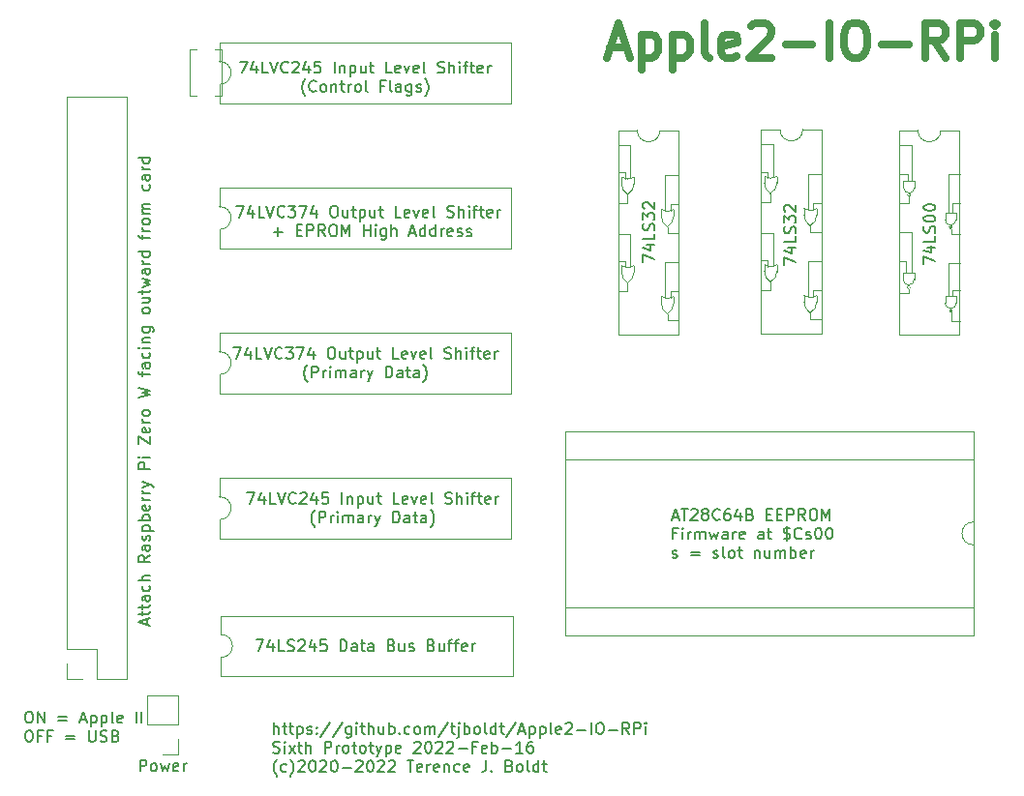
<source format=gbr>
G04 #@! TF.GenerationSoftware,KiCad,Pcbnew,(5.1.12-1-10_14)*
G04 #@! TF.CreationDate,2022-02-16T21:29:44-05:00*
G04 #@! TF.ProjectId,Apple2IORPi,4170706c-6532-4494-9f52-50692e6b6963,0.5*
G04 #@! TF.SameCoordinates,Original*
G04 #@! TF.FileFunction,Legend,Top*
G04 #@! TF.FilePolarity,Positive*
%FSLAX46Y46*%
G04 Gerber Fmt 4.6, Leading zero omitted, Abs format (unit mm)*
G04 Created by KiCad (PCBNEW (5.1.12-1-10_14)) date 2022-02-16 21:29:44*
%MOMM*%
%LPD*%
G01*
G04 APERTURE LIST*
%ADD10C,0.150000*%
%ADD11C,0.635000*%
%ADD12C,0.120000*%
G04 APERTURE END LIST*
D10*
X105732871Y-104799380D02*
X105923347Y-104799380D01*
X106018585Y-104847000D01*
X106113823Y-104942238D01*
X106161442Y-105132714D01*
X106161442Y-105466047D01*
X106113823Y-105656523D01*
X106018585Y-105751761D01*
X105923347Y-105799380D01*
X105732871Y-105799380D01*
X105637633Y-105751761D01*
X105542395Y-105656523D01*
X105494776Y-105466047D01*
X105494776Y-105132714D01*
X105542395Y-104942238D01*
X105637633Y-104847000D01*
X105732871Y-104799380D01*
X106590014Y-105799380D02*
X106590014Y-104799380D01*
X107161442Y-105799380D01*
X107161442Y-104799380D01*
X108399538Y-105275571D02*
X109161442Y-105275571D01*
X109161442Y-105561285D02*
X108399538Y-105561285D01*
X110351919Y-105513666D02*
X110828109Y-105513666D01*
X110256680Y-105799380D02*
X110590014Y-104799380D01*
X110923347Y-105799380D01*
X111256680Y-105132714D02*
X111256680Y-106132714D01*
X111256680Y-105180333D02*
X111351919Y-105132714D01*
X111542395Y-105132714D01*
X111637633Y-105180333D01*
X111685252Y-105227952D01*
X111732871Y-105323190D01*
X111732871Y-105608904D01*
X111685252Y-105704142D01*
X111637633Y-105751761D01*
X111542395Y-105799380D01*
X111351919Y-105799380D01*
X111256680Y-105751761D01*
X112161442Y-105132714D02*
X112161442Y-106132714D01*
X112161442Y-105180333D02*
X112256680Y-105132714D01*
X112447157Y-105132714D01*
X112542395Y-105180333D01*
X112590014Y-105227952D01*
X112637633Y-105323190D01*
X112637633Y-105608904D01*
X112590014Y-105704142D01*
X112542395Y-105751761D01*
X112447157Y-105799380D01*
X112256680Y-105799380D01*
X112161442Y-105751761D01*
X113209061Y-105799380D02*
X113113823Y-105751761D01*
X113066204Y-105656523D01*
X113066204Y-104799380D01*
X113970966Y-105751761D02*
X113875728Y-105799380D01*
X113685252Y-105799380D01*
X113590014Y-105751761D01*
X113542395Y-105656523D01*
X113542395Y-105275571D01*
X113590014Y-105180333D01*
X113685252Y-105132714D01*
X113875728Y-105132714D01*
X113970966Y-105180333D01*
X114018585Y-105275571D01*
X114018585Y-105370809D01*
X113542395Y-105466047D01*
X115209061Y-105799380D02*
X115209061Y-104799380D01*
X115685252Y-105799380D02*
X115685252Y-104799380D01*
X105732871Y-106449380D02*
X105923347Y-106449380D01*
X106018585Y-106497000D01*
X106113823Y-106592238D01*
X106161442Y-106782714D01*
X106161442Y-107116047D01*
X106113823Y-107306523D01*
X106018585Y-107401761D01*
X105923347Y-107449380D01*
X105732871Y-107449380D01*
X105637633Y-107401761D01*
X105542395Y-107306523D01*
X105494776Y-107116047D01*
X105494776Y-106782714D01*
X105542395Y-106592238D01*
X105637633Y-106497000D01*
X105732871Y-106449380D01*
X106923347Y-106925571D02*
X106590014Y-106925571D01*
X106590014Y-107449380D02*
X106590014Y-106449380D01*
X107066204Y-106449380D01*
X107780490Y-106925571D02*
X107447157Y-106925571D01*
X107447157Y-107449380D02*
X107447157Y-106449380D01*
X107923347Y-106449380D01*
X109066204Y-106925571D02*
X109828109Y-106925571D01*
X109828109Y-107211285D02*
X109066204Y-107211285D01*
X111066204Y-106449380D02*
X111066204Y-107258904D01*
X111113823Y-107354142D01*
X111161442Y-107401761D01*
X111256680Y-107449380D01*
X111447157Y-107449380D01*
X111542395Y-107401761D01*
X111590014Y-107354142D01*
X111637633Y-107258904D01*
X111637633Y-106449380D01*
X112066204Y-107401761D02*
X112209061Y-107449380D01*
X112447157Y-107449380D01*
X112542395Y-107401761D01*
X112590014Y-107354142D01*
X112637633Y-107258904D01*
X112637633Y-107163666D01*
X112590014Y-107068428D01*
X112542395Y-107020809D01*
X112447157Y-106973190D01*
X112256680Y-106925571D01*
X112161442Y-106877952D01*
X112113823Y-106830333D01*
X112066204Y-106735095D01*
X112066204Y-106639857D01*
X112113823Y-106544619D01*
X112161442Y-106497000D01*
X112256680Y-106449380D01*
X112494776Y-106449380D01*
X112637633Y-106497000D01*
X113399538Y-106925571D02*
X113542395Y-106973190D01*
X113590014Y-107020809D01*
X113637633Y-107116047D01*
X113637633Y-107258904D01*
X113590014Y-107354142D01*
X113542395Y-107401761D01*
X113447157Y-107449380D01*
X113066204Y-107449380D01*
X113066204Y-106449380D01*
X113399538Y-106449380D01*
X113494776Y-106497000D01*
X113542395Y-106544619D01*
X113590014Y-106639857D01*
X113590014Y-106735095D01*
X113542395Y-106830333D01*
X113494776Y-106877952D01*
X113399538Y-106925571D01*
X113066204Y-106925571D01*
D11*
X156649057Y-46685200D02*
X158100485Y-46685200D01*
X156358771Y-47556057D02*
X157374771Y-44508057D01*
X158390771Y-47556057D01*
X159406771Y-45524057D02*
X159406771Y-48572057D01*
X159406771Y-45669200D02*
X159697057Y-45524057D01*
X160277628Y-45524057D01*
X160567914Y-45669200D01*
X160713057Y-45814342D01*
X160858200Y-46104628D01*
X160858200Y-46975485D01*
X160713057Y-47265771D01*
X160567914Y-47410914D01*
X160277628Y-47556057D01*
X159697057Y-47556057D01*
X159406771Y-47410914D01*
X162164485Y-45524057D02*
X162164485Y-48572057D01*
X162164485Y-45669200D02*
X162454771Y-45524057D01*
X163035342Y-45524057D01*
X163325628Y-45669200D01*
X163470771Y-45814342D01*
X163615914Y-46104628D01*
X163615914Y-46975485D01*
X163470771Y-47265771D01*
X163325628Y-47410914D01*
X163035342Y-47556057D01*
X162454771Y-47556057D01*
X162164485Y-47410914D01*
X165357628Y-47556057D02*
X165067342Y-47410914D01*
X164922200Y-47120628D01*
X164922200Y-44508057D01*
X167679914Y-47410914D02*
X167389628Y-47556057D01*
X166809057Y-47556057D01*
X166518771Y-47410914D01*
X166373628Y-47120628D01*
X166373628Y-45959485D01*
X166518771Y-45669200D01*
X166809057Y-45524057D01*
X167389628Y-45524057D01*
X167679914Y-45669200D01*
X167825057Y-45959485D01*
X167825057Y-46249771D01*
X166373628Y-46540057D01*
X168986200Y-44798342D02*
X169131342Y-44653200D01*
X169421628Y-44508057D01*
X170147342Y-44508057D01*
X170437628Y-44653200D01*
X170582771Y-44798342D01*
X170727914Y-45088628D01*
X170727914Y-45378914D01*
X170582771Y-45814342D01*
X168841057Y-47556057D01*
X170727914Y-47556057D01*
X172034200Y-46394914D02*
X174356485Y-46394914D01*
X175807914Y-47556057D02*
X175807914Y-44508057D01*
X177839914Y-44508057D02*
X178420485Y-44508057D01*
X178710771Y-44653200D01*
X179001057Y-44943485D01*
X179146200Y-45524057D01*
X179146200Y-46540057D01*
X179001057Y-47120628D01*
X178710771Y-47410914D01*
X178420485Y-47556057D01*
X177839914Y-47556057D01*
X177549628Y-47410914D01*
X177259342Y-47120628D01*
X177114200Y-46540057D01*
X177114200Y-45524057D01*
X177259342Y-44943485D01*
X177549628Y-44653200D01*
X177839914Y-44508057D01*
X180452485Y-46394914D02*
X182774771Y-46394914D01*
X185967914Y-47556057D02*
X184951914Y-46104628D01*
X184226200Y-47556057D02*
X184226200Y-44508057D01*
X185387342Y-44508057D01*
X185677628Y-44653200D01*
X185822771Y-44798342D01*
X185967914Y-45088628D01*
X185967914Y-45524057D01*
X185822771Y-45814342D01*
X185677628Y-45959485D01*
X185387342Y-46104628D01*
X184226200Y-46104628D01*
X187274200Y-47556057D02*
X187274200Y-44508057D01*
X188435342Y-44508057D01*
X188725628Y-44653200D01*
X188870771Y-44798342D01*
X189015914Y-45088628D01*
X189015914Y-45524057D01*
X188870771Y-45814342D01*
X188725628Y-45959485D01*
X188435342Y-46104628D01*
X187274200Y-46104628D01*
X190322200Y-47556057D02*
X190322200Y-45524057D01*
X190322200Y-44508057D02*
X190177057Y-44653200D01*
X190322200Y-44798342D01*
X190467342Y-44653200D01*
X190322200Y-44508057D01*
X190322200Y-44798342D01*
D10*
X127233995Y-106777780D02*
X127233995Y-105777780D01*
X127662566Y-106777780D02*
X127662566Y-106253971D01*
X127614947Y-106158733D01*
X127519709Y-106111114D01*
X127376852Y-106111114D01*
X127281614Y-106158733D01*
X127233995Y-106206352D01*
X127995900Y-106111114D02*
X128376852Y-106111114D01*
X128138757Y-105777780D02*
X128138757Y-106634923D01*
X128186376Y-106730161D01*
X128281614Y-106777780D01*
X128376852Y-106777780D01*
X128567328Y-106111114D02*
X128948280Y-106111114D01*
X128710185Y-105777780D02*
X128710185Y-106634923D01*
X128757804Y-106730161D01*
X128853042Y-106777780D01*
X128948280Y-106777780D01*
X129281614Y-106111114D02*
X129281614Y-107111114D01*
X129281614Y-106158733D02*
X129376852Y-106111114D01*
X129567328Y-106111114D01*
X129662566Y-106158733D01*
X129710185Y-106206352D01*
X129757804Y-106301590D01*
X129757804Y-106587304D01*
X129710185Y-106682542D01*
X129662566Y-106730161D01*
X129567328Y-106777780D01*
X129376852Y-106777780D01*
X129281614Y-106730161D01*
X130138757Y-106730161D02*
X130233995Y-106777780D01*
X130424471Y-106777780D01*
X130519709Y-106730161D01*
X130567328Y-106634923D01*
X130567328Y-106587304D01*
X130519709Y-106492066D01*
X130424471Y-106444447D01*
X130281614Y-106444447D01*
X130186376Y-106396828D01*
X130138757Y-106301590D01*
X130138757Y-106253971D01*
X130186376Y-106158733D01*
X130281614Y-106111114D01*
X130424471Y-106111114D01*
X130519709Y-106158733D01*
X130995900Y-106682542D02*
X131043519Y-106730161D01*
X130995900Y-106777780D01*
X130948280Y-106730161D01*
X130995900Y-106682542D01*
X130995900Y-106777780D01*
X130995900Y-106158733D02*
X131043519Y-106206352D01*
X130995900Y-106253971D01*
X130948280Y-106206352D01*
X130995900Y-106158733D01*
X130995900Y-106253971D01*
X132186376Y-105730161D02*
X131329233Y-107015876D01*
X133233995Y-105730161D02*
X132376852Y-107015876D01*
X133995900Y-106111114D02*
X133995900Y-106920638D01*
X133948280Y-107015876D01*
X133900661Y-107063495D01*
X133805423Y-107111114D01*
X133662566Y-107111114D01*
X133567328Y-107063495D01*
X133995900Y-106730161D02*
X133900661Y-106777780D01*
X133710185Y-106777780D01*
X133614947Y-106730161D01*
X133567328Y-106682542D01*
X133519709Y-106587304D01*
X133519709Y-106301590D01*
X133567328Y-106206352D01*
X133614947Y-106158733D01*
X133710185Y-106111114D01*
X133900661Y-106111114D01*
X133995900Y-106158733D01*
X134472090Y-106777780D02*
X134472090Y-106111114D01*
X134472090Y-105777780D02*
X134424471Y-105825400D01*
X134472090Y-105873019D01*
X134519709Y-105825400D01*
X134472090Y-105777780D01*
X134472090Y-105873019D01*
X134805423Y-106111114D02*
X135186376Y-106111114D01*
X134948280Y-105777780D02*
X134948280Y-106634923D01*
X134995900Y-106730161D01*
X135091138Y-106777780D01*
X135186376Y-106777780D01*
X135519709Y-106777780D02*
X135519709Y-105777780D01*
X135948280Y-106777780D02*
X135948280Y-106253971D01*
X135900661Y-106158733D01*
X135805423Y-106111114D01*
X135662566Y-106111114D01*
X135567328Y-106158733D01*
X135519709Y-106206352D01*
X136853042Y-106111114D02*
X136853042Y-106777780D01*
X136424471Y-106111114D02*
X136424471Y-106634923D01*
X136472090Y-106730161D01*
X136567328Y-106777780D01*
X136710185Y-106777780D01*
X136805423Y-106730161D01*
X136853042Y-106682542D01*
X137329233Y-106777780D02*
X137329233Y-105777780D01*
X137329233Y-106158733D02*
X137424471Y-106111114D01*
X137614947Y-106111114D01*
X137710185Y-106158733D01*
X137757804Y-106206352D01*
X137805423Y-106301590D01*
X137805423Y-106587304D01*
X137757804Y-106682542D01*
X137710185Y-106730161D01*
X137614947Y-106777780D01*
X137424471Y-106777780D01*
X137329233Y-106730161D01*
X138233995Y-106682542D02*
X138281614Y-106730161D01*
X138233995Y-106777780D01*
X138186376Y-106730161D01*
X138233995Y-106682542D01*
X138233995Y-106777780D01*
X139138757Y-106730161D02*
X139043519Y-106777780D01*
X138853042Y-106777780D01*
X138757804Y-106730161D01*
X138710185Y-106682542D01*
X138662566Y-106587304D01*
X138662566Y-106301590D01*
X138710185Y-106206352D01*
X138757804Y-106158733D01*
X138853042Y-106111114D01*
X139043519Y-106111114D01*
X139138757Y-106158733D01*
X139710185Y-106777780D02*
X139614947Y-106730161D01*
X139567328Y-106682542D01*
X139519709Y-106587304D01*
X139519709Y-106301590D01*
X139567328Y-106206352D01*
X139614947Y-106158733D01*
X139710185Y-106111114D01*
X139853042Y-106111114D01*
X139948280Y-106158733D01*
X139995900Y-106206352D01*
X140043519Y-106301590D01*
X140043519Y-106587304D01*
X139995900Y-106682542D01*
X139948280Y-106730161D01*
X139853042Y-106777780D01*
X139710185Y-106777780D01*
X140472090Y-106777780D02*
X140472090Y-106111114D01*
X140472090Y-106206352D02*
X140519709Y-106158733D01*
X140614947Y-106111114D01*
X140757804Y-106111114D01*
X140853042Y-106158733D01*
X140900661Y-106253971D01*
X140900661Y-106777780D01*
X140900661Y-106253971D02*
X140948280Y-106158733D01*
X141043519Y-106111114D01*
X141186376Y-106111114D01*
X141281614Y-106158733D01*
X141329233Y-106253971D01*
X141329233Y-106777780D01*
X142519709Y-105730161D02*
X141662566Y-107015876D01*
X142710185Y-106111114D02*
X143091138Y-106111114D01*
X142853042Y-105777780D02*
X142853042Y-106634923D01*
X142900661Y-106730161D01*
X142995900Y-106777780D01*
X143091138Y-106777780D01*
X143424471Y-106111114D02*
X143424471Y-106968257D01*
X143376852Y-107063495D01*
X143281614Y-107111114D01*
X143233995Y-107111114D01*
X143424471Y-105777780D02*
X143376852Y-105825400D01*
X143424471Y-105873019D01*
X143472090Y-105825400D01*
X143424471Y-105777780D01*
X143424471Y-105873019D01*
X143900661Y-106777780D02*
X143900661Y-105777780D01*
X143900661Y-106158733D02*
X143995900Y-106111114D01*
X144186376Y-106111114D01*
X144281614Y-106158733D01*
X144329233Y-106206352D01*
X144376852Y-106301590D01*
X144376852Y-106587304D01*
X144329233Y-106682542D01*
X144281614Y-106730161D01*
X144186376Y-106777780D01*
X143995900Y-106777780D01*
X143900661Y-106730161D01*
X144948280Y-106777780D02*
X144853042Y-106730161D01*
X144805423Y-106682542D01*
X144757804Y-106587304D01*
X144757804Y-106301590D01*
X144805423Y-106206352D01*
X144853042Y-106158733D01*
X144948280Y-106111114D01*
X145091138Y-106111114D01*
X145186376Y-106158733D01*
X145233995Y-106206352D01*
X145281614Y-106301590D01*
X145281614Y-106587304D01*
X145233995Y-106682542D01*
X145186376Y-106730161D01*
X145091138Y-106777780D01*
X144948280Y-106777780D01*
X145853042Y-106777780D02*
X145757804Y-106730161D01*
X145710185Y-106634923D01*
X145710185Y-105777780D01*
X146662566Y-106777780D02*
X146662566Y-105777780D01*
X146662566Y-106730161D02*
X146567328Y-106777780D01*
X146376852Y-106777780D01*
X146281614Y-106730161D01*
X146233995Y-106682542D01*
X146186376Y-106587304D01*
X146186376Y-106301590D01*
X146233995Y-106206352D01*
X146281614Y-106158733D01*
X146376852Y-106111114D01*
X146567328Y-106111114D01*
X146662566Y-106158733D01*
X146995900Y-106111114D02*
X147376852Y-106111114D01*
X147138757Y-105777780D02*
X147138757Y-106634923D01*
X147186376Y-106730161D01*
X147281614Y-106777780D01*
X147376852Y-106777780D01*
X148424471Y-105730161D02*
X147567328Y-107015876D01*
X148710185Y-106492066D02*
X149186376Y-106492066D01*
X148614947Y-106777780D02*
X148948280Y-105777780D01*
X149281614Y-106777780D01*
X149614947Y-106111114D02*
X149614947Y-107111114D01*
X149614947Y-106158733D02*
X149710185Y-106111114D01*
X149900661Y-106111114D01*
X149995900Y-106158733D01*
X150043519Y-106206352D01*
X150091138Y-106301590D01*
X150091138Y-106587304D01*
X150043519Y-106682542D01*
X149995900Y-106730161D01*
X149900661Y-106777780D01*
X149710185Y-106777780D01*
X149614947Y-106730161D01*
X150519709Y-106111114D02*
X150519709Y-107111114D01*
X150519709Y-106158733D02*
X150614947Y-106111114D01*
X150805423Y-106111114D01*
X150900661Y-106158733D01*
X150948280Y-106206352D01*
X150995900Y-106301590D01*
X150995900Y-106587304D01*
X150948280Y-106682542D01*
X150900661Y-106730161D01*
X150805423Y-106777780D01*
X150614947Y-106777780D01*
X150519709Y-106730161D01*
X151567328Y-106777780D02*
X151472090Y-106730161D01*
X151424471Y-106634923D01*
X151424471Y-105777780D01*
X152329233Y-106730161D02*
X152233995Y-106777780D01*
X152043519Y-106777780D01*
X151948280Y-106730161D01*
X151900661Y-106634923D01*
X151900661Y-106253971D01*
X151948280Y-106158733D01*
X152043519Y-106111114D01*
X152233995Y-106111114D01*
X152329233Y-106158733D01*
X152376852Y-106253971D01*
X152376852Y-106349209D01*
X151900661Y-106444447D01*
X152757804Y-105873019D02*
X152805423Y-105825400D01*
X152900661Y-105777780D01*
X153138757Y-105777780D01*
X153233995Y-105825400D01*
X153281614Y-105873019D01*
X153329233Y-105968257D01*
X153329233Y-106063495D01*
X153281614Y-106206352D01*
X152710185Y-106777780D01*
X153329233Y-106777780D01*
X153757804Y-106396828D02*
X154519709Y-106396828D01*
X154995900Y-106777780D02*
X154995900Y-105777780D01*
X155662566Y-105777780D02*
X155853042Y-105777780D01*
X155948280Y-105825400D01*
X156043519Y-105920638D01*
X156091138Y-106111114D01*
X156091138Y-106444447D01*
X156043519Y-106634923D01*
X155948280Y-106730161D01*
X155853042Y-106777780D01*
X155662566Y-106777780D01*
X155567328Y-106730161D01*
X155472090Y-106634923D01*
X155424471Y-106444447D01*
X155424471Y-106111114D01*
X155472090Y-105920638D01*
X155567328Y-105825400D01*
X155662566Y-105777780D01*
X156519709Y-106396828D02*
X157281614Y-106396828D01*
X158329233Y-106777780D02*
X157995900Y-106301590D01*
X157757804Y-106777780D02*
X157757804Y-105777780D01*
X158138757Y-105777780D01*
X158233995Y-105825400D01*
X158281614Y-105873019D01*
X158329233Y-105968257D01*
X158329233Y-106111114D01*
X158281614Y-106206352D01*
X158233995Y-106253971D01*
X158138757Y-106301590D01*
X157757804Y-106301590D01*
X158757804Y-106777780D02*
X158757804Y-105777780D01*
X159138757Y-105777780D01*
X159233995Y-105825400D01*
X159281614Y-105873019D01*
X159329233Y-105968257D01*
X159329233Y-106111114D01*
X159281614Y-106206352D01*
X159233995Y-106253971D01*
X159138757Y-106301590D01*
X158757804Y-106301590D01*
X159757804Y-106777780D02*
X159757804Y-106111114D01*
X159757804Y-105777780D02*
X159710185Y-105825400D01*
X159757804Y-105873019D01*
X159805423Y-105825400D01*
X159757804Y-105777780D01*
X159757804Y-105873019D01*
X127186376Y-108380161D02*
X127329233Y-108427780D01*
X127567328Y-108427780D01*
X127662566Y-108380161D01*
X127710185Y-108332542D01*
X127757804Y-108237304D01*
X127757804Y-108142066D01*
X127710185Y-108046828D01*
X127662566Y-107999209D01*
X127567328Y-107951590D01*
X127376852Y-107903971D01*
X127281614Y-107856352D01*
X127233995Y-107808733D01*
X127186376Y-107713495D01*
X127186376Y-107618257D01*
X127233995Y-107523019D01*
X127281614Y-107475400D01*
X127376852Y-107427780D01*
X127614947Y-107427780D01*
X127757804Y-107475400D01*
X128186376Y-108427780D02*
X128186376Y-107761114D01*
X128186376Y-107427780D02*
X128138757Y-107475400D01*
X128186376Y-107523019D01*
X128233995Y-107475400D01*
X128186376Y-107427780D01*
X128186376Y-107523019D01*
X128567328Y-108427780D02*
X129091138Y-107761114D01*
X128567328Y-107761114D02*
X129091138Y-108427780D01*
X129329233Y-107761114D02*
X129710185Y-107761114D01*
X129472090Y-107427780D02*
X129472090Y-108284923D01*
X129519709Y-108380161D01*
X129614947Y-108427780D01*
X129710185Y-108427780D01*
X130043519Y-108427780D02*
X130043519Y-107427780D01*
X130472090Y-108427780D02*
X130472090Y-107903971D01*
X130424471Y-107808733D01*
X130329233Y-107761114D01*
X130186376Y-107761114D01*
X130091138Y-107808733D01*
X130043519Y-107856352D01*
X131710185Y-108427780D02*
X131710185Y-107427780D01*
X132091138Y-107427780D01*
X132186376Y-107475400D01*
X132233995Y-107523019D01*
X132281614Y-107618257D01*
X132281614Y-107761114D01*
X132233995Y-107856352D01*
X132186376Y-107903971D01*
X132091138Y-107951590D01*
X131710185Y-107951590D01*
X132710185Y-108427780D02*
X132710185Y-107761114D01*
X132710185Y-107951590D02*
X132757804Y-107856352D01*
X132805423Y-107808733D01*
X132900661Y-107761114D01*
X132995900Y-107761114D01*
X133472090Y-108427780D02*
X133376852Y-108380161D01*
X133329233Y-108332542D01*
X133281614Y-108237304D01*
X133281614Y-107951590D01*
X133329233Y-107856352D01*
X133376852Y-107808733D01*
X133472090Y-107761114D01*
X133614947Y-107761114D01*
X133710185Y-107808733D01*
X133757804Y-107856352D01*
X133805423Y-107951590D01*
X133805423Y-108237304D01*
X133757804Y-108332542D01*
X133710185Y-108380161D01*
X133614947Y-108427780D01*
X133472090Y-108427780D01*
X134091138Y-107761114D02*
X134472090Y-107761114D01*
X134233995Y-107427780D02*
X134233995Y-108284923D01*
X134281614Y-108380161D01*
X134376852Y-108427780D01*
X134472090Y-108427780D01*
X134948280Y-108427780D02*
X134853042Y-108380161D01*
X134805423Y-108332542D01*
X134757804Y-108237304D01*
X134757804Y-107951590D01*
X134805423Y-107856352D01*
X134853042Y-107808733D01*
X134948280Y-107761114D01*
X135091138Y-107761114D01*
X135186376Y-107808733D01*
X135233995Y-107856352D01*
X135281614Y-107951590D01*
X135281614Y-108237304D01*
X135233995Y-108332542D01*
X135186376Y-108380161D01*
X135091138Y-108427780D01*
X134948280Y-108427780D01*
X135567328Y-107761114D02*
X135948280Y-107761114D01*
X135710185Y-107427780D02*
X135710185Y-108284923D01*
X135757804Y-108380161D01*
X135853042Y-108427780D01*
X135948280Y-108427780D01*
X136186376Y-107761114D02*
X136424471Y-108427780D01*
X136662566Y-107761114D02*
X136424471Y-108427780D01*
X136329233Y-108665876D01*
X136281614Y-108713495D01*
X136186376Y-108761114D01*
X137043519Y-107761114D02*
X137043519Y-108761114D01*
X137043519Y-107808733D02*
X137138757Y-107761114D01*
X137329233Y-107761114D01*
X137424471Y-107808733D01*
X137472090Y-107856352D01*
X137519709Y-107951590D01*
X137519709Y-108237304D01*
X137472090Y-108332542D01*
X137424471Y-108380161D01*
X137329233Y-108427780D01*
X137138757Y-108427780D01*
X137043519Y-108380161D01*
X138329233Y-108380161D02*
X138233995Y-108427780D01*
X138043519Y-108427780D01*
X137948280Y-108380161D01*
X137900661Y-108284923D01*
X137900661Y-107903971D01*
X137948280Y-107808733D01*
X138043519Y-107761114D01*
X138233995Y-107761114D01*
X138329233Y-107808733D01*
X138376852Y-107903971D01*
X138376852Y-107999209D01*
X137900661Y-108094447D01*
X139519709Y-107523019D02*
X139567328Y-107475400D01*
X139662566Y-107427780D01*
X139900661Y-107427780D01*
X139995900Y-107475400D01*
X140043519Y-107523019D01*
X140091138Y-107618257D01*
X140091138Y-107713495D01*
X140043519Y-107856352D01*
X139472090Y-108427780D01*
X140091138Y-108427780D01*
X140710185Y-107427780D02*
X140805423Y-107427780D01*
X140900661Y-107475400D01*
X140948280Y-107523019D01*
X140995900Y-107618257D01*
X141043519Y-107808733D01*
X141043519Y-108046828D01*
X140995900Y-108237304D01*
X140948280Y-108332542D01*
X140900661Y-108380161D01*
X140805423Y-108427780D01*
X140710185Y-108427780D01*
X140614947Y-108380161D01*
X140567328Y-108332542D01*
X140519709Y-108237304D01*
X140472090Y-108046828D01*
X140472090Y-107808733D01*
X140519709Y-107618257D01*
X140567328Y-107523019D01*
X140614947Y-107475400D01*
X140710185Y-107427780D01*
X141424471Y-107523019D02*
X141472090Y-107475400D01*
X141567328Y-107427780D01*
X141805423Y-107427780D01*
X141900661Y-107475400D01*
X141948280Y-107523019D01*
X141995900Y-107618257D01*
X141995900Y-107713495D01*
X141948280Y-107856352D01*
X141376852Y-108427780D01*
X141995900Y-108427780D01*
X142376852Y-107523019D02*
X142424471Y-107475400D01*
X142519709Y-107427780D01*
X142757804Y-107427780D01*
X142853042Y-107475400D01*
X142900661Y-107523019D01*
X142948280Y-107618257D01*
X142948280Y-107713495D01*
X142900661Y-107856352D01*
X142329233Y-108427780D01*
X142948280Y-108427780D01*
X143376852Y-108046828D02*
X144138757Y-108046828D01*
X144948280Y-107903971D02*
X144614947Y-107903971D01*
X144614947Y-108427780D02*
X144614947Y-107427780D01*
X145091138Y-107427780D01*
X145853042Y-108380161D02*
X145757804Y-108427780D01*
X145567328Y-108427780D01*
X145472090Y-108380161D01*
X145424471Y-108284923D01*
X145424471Y-107903971D01*
X145472090Y-107808733D01*
X145567328Y-107761114D01*
X145757804Y-107761114D01*
X145853042Y-107808733D01*
X145900661Y-107903971D01*
X145900661Y-107999209D01*
X145424471Y-108094447D01*
X146329233Y-108427780D02*
X146329233Y-107427780D01*
X146329233Y-107808733D02*
X146424471Y-107761114D01*
X146614947Y-107761114D01*
X146710185Y-107808733D01*
X146757804Y-107856352D01*
X146805423Y-107951590D01*
X146805423Y-108237304D01*
X146757804Y-108332542D01*
X146710185Y-108380161D01*
X146614947Y-108427780D01*
X146424471Y-108427780D01*
X146329233Y-108380161D01*
X147233995Y-108046828D02*
X147995900Y-108046828D01*
X148995900Y-108427780D02*
X148424471Y-108427780D01*
X148710185Y-108427780D02*
X148710185Y-107427780D01*
X148614947Y-107570638D01*
X148519709Y-107665876D01*
X148424471Y-107713495D01*
X149853042Y-107427780D02*
X149662566Y-107427780D01*
X149567328Y-107475400D01*
X149519709Y-107523019D01*
X149424471Y-107665876D01*
X149376852Y-107856352D01*
X149376852Y-108237304D01*
X149424471Y-108332542D01*
X149472090Y-108380161D01*
X149567328Y-108427780D01*
X149757804Y-108427780D01*
X149853042Y-108380161D01*
X149900661Y-108332542D01*
X149948280Y-108237304D01*
X149948280Y-107999209D01*
X149900661Y-107903971D01*
X149853042Y-107856352D01*
X149757804Y-107808733D01*
X149567328Y-107808733D01*
X149472090Y-107856352D01*
X149424471Y-107903971D01*
X149376852Y-107999209D01*
X127519709Y-110458733D02*
X127472090Y-110411114D01*
X127376852Y-110268257D01*
X127329233Y-110173019D01*
X127281614Y-110030161D01*
X127233995Y-109792066D01*
X127233995Y-109601590D01*
X127281614Y-109363495D01*
X127329233Y-109220638D01*
X127376852Y-109125400D01*
X127472090Y-108982542D01*
X127519709Y-108934923D01*
X128329233Y-110030161D02*
X128233995Y-110077780D01*
X128043519Y-110077780D01*
X127948280Y-110030161D01*
X127900661Y-109982542D01*
X127853042Y-109887304D01*
X127853042Y-109601590D01*
X127900661Y-109506352D01*
X127948280Y-109458733D01*
X128043519Y-109411114D01*
X128233995Y-109411114D01*
X128329233Y-109458733D01*
X128662566Y-110458733D02*
X128710185Y-110411114D01*
X128805423Y-110268257D01*
X128853042Y-110173019D01*
X128900661Y-110030161D01*
X128948280Y-109792066D01*
X128948280Y-109601590D01*
X128900661Y-109363495D01*
X128853042Y-109220638D01*
X128805423Y-109125400D01*
X128710185Y-108982542D01*
X128662566Y-108934923D01*
X129376852Y-109173019D02*
X129424471Y-109125400D01*
X129519709Y-109077780D01*
X129757804Y-109077780D01*
X129853042Y-109125400D01*
X129900661Y-109173019D01*
X129948280Y-109268257D01*
X129948280Y-109363495D01*
X129900661Y-109506352D01*
X129329233Y-110077780D01*
X129948280Y-110077780D01*
X130567328Y-109077780D02*
X130662566Y-109077780D01*
X130757804Y-109125400D01*
X130805423Y-109173019D01*
X130853042Y-109268257D01*
X130900661Y-109458733D01*
X130900661Y-109696828D01*
X130853042Y-109887304D01*
X130805423Y-109982542D01*
X130757804Y-110030161D01*
X130662566Y-110077780D01*
X130567328Y-110077780D01*
X130472090Y-110030161D01*
X130424471Y-109982542D01*
X130376852Y-109887304D01*
X130329233Y-109696828D01*
X130329233Y-109458733D01*
X130376852Y-109268257D01*
X130424471Y-109173019D01*
X130472090Y-109125400D01*
X130567328Y-109077780D01*
X131281614Y-109173019D02*
X131329233Y-109125400D01*
X131424471Y-109077780D01*
X131662566Y-109077780D01*
X131757804Y-109125400D01*
X131805423Y-109173019D01*
X131853042Y-109268257D01*
X131853042Y-109363495D01*
X131805423Y-109506352D01*
X131233995Y-110077780D01*
X131853042Y-110077780D01*
X132472090Y-109077780D02*
X132567328Y-109077780D01*
X132662566Y-109125400D01*
X132710185Y-109173019D01*
X132757804Y-109268257D01*
X132805423Y-109458733D01*
X132805423Y-109696828D01*
X132757804Y-109887304D01*
X132710185Y-109982542D01*
X132662566Y-110030161D01*
X132567328Y-110077780D01*
X132472090Y-110077780D01*
X132376852Y-110030161D01*
X132329233Y-109982542D01*
X132281614Y-109887304D01*
X132233995Y-109696828D01*
X132233995Y-109458733D01*
X132281614Y-109268257D01*
X132329233Y-109173019D01*
X132376852Y-109125400D01*
X132472090Y-109077780D01*
X133233995Y-109696828D02*
X133995900Y-109696828D01*
X134424471Y-109173019D02*
X134472090Y-109125400D01*
X134567328Y-109077780D01*
X134805423Y-109077780D01*
X134900661Y-109125400D01*
X134948280Y-109173019D01*
X134995900Y-109268257D01*
X134995900Y-109363495D01*
X134948280Y-109506352D01*
X134376852Y-110077780D01*
X134995900Y-110077780D01*
X135614947Y-109077780D02*
X135710185Y-109077780D01*
X135805423Y-109125400D01*
X135853042Y-109173019D01*
X135900661Y-109268257D01*
X135948280Y-109458733D01*
X135948280Y-109696828D01*
X135900661Y-109887304D01*
X135853042Y-109982542D01*
X135805423Y-110030161D01*
X135710185Y-110077780D01*
X135614947Y-110077780D01*
X135519709Y-110030161D01*
X135472090Y-109982542D01*
X135424471Y-109887304D01*
X135376852Y-109696828D01*
X135376852Y-109458733D01*
X135424471Y-109268257D01*
X135472090Y-109173019D01*
X135519709Y-109125400D01*
X135614947Y-109077780D01*
X136329233Y-109173019D02*
X136376852Y-109125400D01*
X136472090Y-109077780D01*
X136710185Y-109077780D01*
X136805423Y-109125400D01*
X136853042Y-109173019D01*
X136900661Y-109268257D01*
X136900661Y-109363495D01*
X136853042Y-109506352D01*
X136281614Y-110077780D01*
X136900661Y-110077780D01*
X137281614Y-109173019D02*
X137329233Y-109125400D01*
X137424471Y-109077780D01*
X137662566Y-109077780D01*
X137757804Y-109125400D01*
X137805423Y-109173019D01*
X137853042Y-109268257D01*
X137853042Y-109363495D01*
X137805423Y-109506352D01*
X137233995Y-110077780D01*
X137853042Y-110077780D01*
X138900661Y-109077780D02*
X139472090Y-109077780D01*
X139186376Y-110077780D02*
X139186376Y-109077780D01*
X140186376Y-110030161D02*
X140091138Y-110077780D01*
X139900661Y-110077780D01*
X139805423Y-110030161D01*
X139757804Y-109934923D01*
X139757804Y-109553971D01*
X139805423Y-109458733D01*
X139900661Y-109411114D01*
X140091138Y-109411114D01*
X140186376Y-109458733D01*
X140233995Y-109553971D01*
X140233995Y-109649209D01*
X139757804Y-109744447D01*
X140662566Y-110077780D02*
X140662566Y-109411114D01*
X140662566Y-109601590D02*
X140710185Y-109506352D01*
X140757804Y-109458733D01*
X140853042Y-109411114D01*
X140948280Y-109411114D01*
X141662566Y-110030161D02*
X141567328Y-110077780D01*
X141376852Y-110077780D01*
X141281614Y-110030161D01*
X141233995Y-109934923D01*
X141233995Y-109553971D01*
X141281614Y-109458733D01*
X141376852Y-109411114D01*
X141567328Y-109411114D01*
X141662566Y-109458733D01*
X141710185Y-109553971D01*
X141710185Y-109649209D01*
X141233995Y-109744447D01*
X142138757Y-109411114D02*
X142138757Y-110077780D01*
X142138757Y-109506352D02*
X142186376Y-109458733D01*
X142281614Y-109411114D01*
X142424471Y-109411114D01*
X142519709Y-109458733D01*
X142567328Y-109553971D01*
X142567328Y-110077780D01*
X143472090Y-110030161D02*
X143376852Y-110077780D01*
X143186376Y-110077780D01*
X143091138Y-110030161D01*
X143043519Y-109982542D01*
X142995900Y-109887304D01*
X142995900Y-109601590D01*
X143043519Y-109506352D01*
X143091138Y-109458733D01*
X143186376Y-109411114D01*
X143376852Y-109411114D01*
X143472090Y-109458733D01*
X144281614Y-110030161D02*
X144186376Y-110077780D01*
X143995900Y-110077780D01*
X143900661Y-110030161D01*
X143853042Y-109934923D01*
X143853042Y-109553971D01*
X143900661Y-109458733D01*
X143995900Y-109411114D01*
X144186376Y-109411114D01*
X144281614Y-109458733D01*
X144329233Y-109553971D01*
X144329233Y-109649209D01*
X143853042Y-109744447D01*
X145805423Y-109077780D02*
X145805423Y-109792066D01*
X145757804Y-109934923D01*
X145662566Y-110030161D01*
X145519709Y-110077780D01*
X145424471Y-110077780D01*
X146281614Y-109982542D02*
X146329233Y-110030161D01*
X146281614Y-110077780D01*
X146233995Y-110030161D01*
X146281614Y-109982542D01*
X146281614Y-110077780D01*
X147853042Y-109553971D02*
X147995900Y-109601590D01*
X148043519Y-109649209D01*
X148091138Y-109744447D01*
X148091138Y-109887304D01*
X148043519Y-109982542D01*
X147995900Y-110030161D01*
X147900661Y-110077780D01*
X147519709Y-110077780D01*
X147519709Y-109077780D01*
X147853042Y-109077780D01*
X147948280Y-109125400D01*
X147995900Y-109173019D01*
X148043519Y-109268257D01*
X148043519Y-109363495D01*
X147995900Y-109458733D01*
X147948280Y-109506352D01*
X147853042Y-109553971D01*
X147519709Y-109553971D01*
X148662566Y-110077780D02*
X148567328Y-110030161D01*
X148519709Y-109982542D01*
X148472090Y-109887304D01*
X148472090Y-109601590D01*
X148519709Y-109506352D01*
X148567328Y-109458733D01*
X148662566Y-109411114D01*
X148805423Y-109411114D01*
X148900661Y-109458733D01*
X148948280Y-109506352D01*
X148995900Y-109601590D01*
X148995900Y-109887304D01*
X148948280Y-109982542D01*
X148900661Y-110030161D01*
X148805423Y-110077780D01*
X148662566Y-110077780D01*
X149567328Y-110077780D02*
X149472090Y-110030161D01*
X149424471Y-109934923D01*
X149424471Y-109077780D01*
X150376852Y-110077780D02*
X150376852Y-109077780D01*
X150376852Y-110030161D02*
X150281614Y-110077780D01*
X150091138Y-110077780D01*
X149995900Y-110030161D01*
X149948280Y-109982542D01*
X149900661Y-109887304D01*
X149900661Y-109601590D01*
X149948280Y-109506352D01*
X149995900Y-109458733D01*
X150091138Y-109411114D01*
X150281614Y-109411114D01*
X150376852Y-109458733D01*
X150710185Y-109411114D02*
X151091138Y-109411114D01*
X150853042Y-109077780D02*
X150853042Y-109934923D01*
X150900661Y-110030161D01*
X150995900Y-110077780D01*
X151091138Y-110077780D01*
X124253409Y-47903380D02*
X124920076Y-47903380D01*
X124491504Y-48903380D01*
X125729599Y-48236714D02*
X125729599Y-48903380D01*
X125491504Y-47855761D02*
X125253409Y-48570047D01*
X125872457Y-48570047D01*
X126729599Y-48903380D02*
X126253409Y-48903380D01*
X126253409Y-47903380D01*
X126920076Y-47903380D02*
X127253409Y-48903380D01*
X127586742Y-47903380D01*
X128491504Y-48808142D02*
X128443885Y-48855761D01*
X128301028Y-48903380D01*
X128205790Y-48903380D01*
X128062933Y-48855761D01*
X127967695Y-48760523D01*
X127920076Y-48665285D01*
X127872457Y-48474809D01*
X127872457Y-48331952D01*
X127920076Y-48141476D01*
X127967695Y-48046238D01*
X128062933Y-47951000D01*
X128205790Y-47903380D01*
X128301028Y-47903380D01*
X128443885Y-47951000D01*
X128491504Y-47998619D01*
X128872457Y-47998619D02*
X128920076Y-47951000D01*
X129015314Y-47903380D01*
X129253409Y-47903380D01*
X129348647Y-47951000D01*
X129396266Y-47998619D01*
X129443885Y-48093857D01*
X129443885Y-48189095D01*
X129396266Y-48331952D01*
X128824838Y-48903380D01*
X129443885Y-48903380D01*
X130301028Y-48236714D02*
X130301028Y-48903380D01*
X130062933Y-47855761D02*
X129824838Y-48570047D01*
X130443885Y-48570047D01*
X131301028Y-47903380D02*
X130824838Y-47903380D01*
X130777219Y-48379571D01*
X130824838Y-48331952D01*
X130920076Y-48284333D01*
X131158171Y-48284333D01*
X131253409Y-48331952D01*
X131301028Y-48379571D01*
X131348647Y-48474809D01*
X131348647Y-48712904D01*
X131301028Y-48808142D01*
X131253409Y-48855761D01*
X131158171Y-48903380D01*
X130920076Y-48903380D01*
X130824838Y-48855761D01*
X130777219Y-48808142D01*
X132539123Y-48903380D02*
X132539123Y-47903380D01*
X133015314Y-48236714D02*
X133015314Y-48903380D01*
X133015314Y-48331952D02*
X133062933Y-48284333D01*
X133158171Y-48236714D01*
X133301028Y-48236714D01*
X133396266Y-48284333D01*
X133443885Y-48379571D01*
X133443885Y-48903380D01*
X133920076Y-48236714D02*
X133920076Y-49236714D01*
X133920076Y-48284333D02*
X134015314Y-48236714D01*
X134205790Y-48236714D01*
X134301028Y-48284333D01*
X134348647Y-48331952D01*
X134396266Y-48427190D01*
X134396266Y-48712904D01*
X134348647Y-48808142D01*
X134301028Y-48855761D01*
X134205790Y-48903380D01*
X134015314Y-48903380D01*
X133920076Y-48855761D01*
X135253409Y-48236714D02*
X135253409Y-48903380D01*
X134824838Y-48236714D02*
X134824838Y-48760523D01*
X134872457Y-48855761D01*
X134967695Y-48903380D01*
X135110552Y-48903380D01*
X135205790Y-48855761D01*
X135253409Y-48808142D01*
X135586742Y-48236714D02*
X135967695Y-48236714D01*
X135729600Y-47903380D02*
X135729600Y-48760523D01*
X135777219Y-48855761D01*
X135872457Y-48903380D01*
X135967695Y-48903380D01*
X137539123Y-48903380D02*
X137062933Y-48903380D01*
X137062933Y-47903380D01*
X138253409Y-48855761D02*
X138158171Y-48903380D01*
X137967695Y-48903380D01*
X137872457Y-48855761D01*
X137824838Y-48760523D01*
X137824838Y-48379571D01*
X137872457Y-48284333D01*
X137967695Y-48236714D01*
X138158171Y-48236714D01*
X138253409Y-48284333D01*
X138301028Y-48379571D01*
X138301028Y-48474809D01*
X137824838Y-48570047D01*
X138634361Y-48236714D02*
X138872457Y-48903380D01*
X139110552Y-48236714D01*
X139872457Y-48855761D02*
X139777219Y-48903380D01*
X139586742Y-48903380D01*
X139491504Y-48855761D01*
X139443885Y-48760523D01*
X139443885Y-48379571D01*
X139491504Y-48284333D01*
X139586742Y-48236714D01*
X139777219Y-48236714D01*
X139872457Y-48284333D01*
X139920076Y-48379571D01*
X139920076Y-48474809D01*
X139443885Y-48570047D01*
X140491504Y-48903380D02*
X140396266Y-48855761D01*
X140348647Y-48760523D01*
X140348647Y-47903380D01*
X141586742Y-48855761D02*
X141729600Y-48903380D01*
X141967695Y-48903380D01*
X142062933Y-48855761D01*
X142110552Y-48808142D01*
X142158171Y-48712904D01*
X142158171Y-48617666D01*
X142110552Y-48522428D01*
X142062933Y-48474809D01*
X141967695Y-48427190D01*
X141777219Y-48379571D01*
X141681980Y-48331952D01*
X141634361Y-48284333D01*
X141586742Y-48189095D01*
X141586742Y-48093857D01*
X141634361Y-47998619D01*
X141681980Y-47951000D01*
X141777219Y-47903380D01*
X142015314Y-47903380D01*
X142158171Y-47951000D01*
X142586742Y-48903380D02*
X142586742Y-47903380D01*
X143015314Y-48903380D02*
X143015314Y-48379571D01*
X142967695Y-48284333D01*
X142872457Y-48236714D01*
X142729600Y-48236714D01*
X142634361Y-48284333D01*
X142586742Y-48331952D01*
X143491504Y-48903380D02*
X143491504Y-48236714D01*
X143491504Y-47903380D02*
X143443885Y-47951000D01*
X143491504Y-47998619D01*
X143539123Y-47951000D01*
X143491504Y-47903380D01*
X143491504Y-47998619D01*
X143824838Y-48236714D02*
X144205790Y-48236714D01*
X143967695Y-48903380D02*
X143967695Y-48046238D01*
X144015314Y-47951000D01*
X144110552Y-47903380D01*
X144205790Y-47903380D01*
X144396266Y-48236714D02*
X144777219Y-48236714D01*
X144539123Y-47903380D02*
X144539123Y-48760523D01*
X144586742Y-48855761D01*
X144681980Y-48903380D01*
X144777219Y-48903380D01*
X145491504Y-48855761D02*
X145396266Y-48903380D01*
X145205790Y-48903380D01*
X145110552Y-48855761D01*
X145062933Y-48760523D01*
X145062933Y-48379571D01*
X145110552Y-48284333D01*
X145205790Y-48236714D01*
X145396266Y-48236714D01*
X145491504Y-48284333D01*
X145539123Y-48379571D01*
X145539123Y-48474809D01*
X145062933Y-48570047D01*
X145967695Y-48903380D02*
X145967695Y-48236714D01*
X145967695Y-48427190D02*
X146015314Y-48331952D01*
X146062933Y-48284333D01*
X146158171Y-48236714D01*
X146253409Y-48236714D01*
X129991504Y-50934333D02*
X129943885Y-50886714D01*
X129848647Y-50743857D01*
X129801028Y-50648619D01*
X129753409Y-50505761D01*
X129705790Y-50267666D01*
X129705790Y-50077190D01*
X129753409Y-49839095D01*
X129801028Y-49696238D01*
X129848647Y-49601000D01*
X129943885Y-49458142D01*
X129991504Y-49410523D01*
X130943885Y-50458142D02*
X130896266Y-50505761D01*
X130753409Y-50553380D01*
X130658171Y-50553380D01*
X130515314Y-50505761D01*
X130420076Y-50410523D01*
X130372457Y-50315285D01*
X130324838Y-50124809D01*
X130324838Y-49981952D01*
X130372457Y-49791476D01*
X130420076Y-49696238D01*
X130515314Y-49601000D01*
X130658171Y-49553380D01*
X130753409Y-49553380D01*
X130896266Y-49601000D01*
X130943885Y-49648619D01*
X131515314Y-50553380D02*
X131420076Y-50505761D01*
X131372457Y-50458142D01*
X131324838Y-50362904D01*
X131324838Y-50077190D01*
X131372457Y-49981952D01*
X131420076Y-49934333D01*
X131515314Y-49886714D01*
X131658171Y-49886714D01*
X131753409Y-49934333D01*
X131801028Y-49981952D01*
X131848647Y-50077190D01*
X131848647Y-50362904D01*
X131801028Y-50458142D01*
X131753409Y-50505761D01*
X131658171Y-50553380D01*
X131515314Y-50553380D01*
X132277219Y-49886714D02*
X132277219Y-50553380D01*
X132277219Y-49981952D02*
X132324838Y-49934333D01*
X132420076Y-49886714D01*
X132562933Y-49886714D01*
X132658171Y-49934333D01*
X132705790Y-50029571D01*
X132705790Y-50553380D01*
X133039123Y-49886714D02*
X133420076Y-49886714D01*
X133181980Y-49553380D02*
X133181980Y-50410523D01*
X133229600Y-50505761D01*
X133324838Y-50553380D01*
X133420076Y-50553380D01*
X133753409Y-50553380D02*
X133753409Y-49886714D01*
X133753409Y-50077190D02*
X133801028Y-49981952D01*
X133848647Y-49934333D01*
X133943885Y-49886714D01*
X134039123Y-49886714D01*
X134515314Y-50553380D02*
X134420076Y-50505761D01*
X134372457Y-50458142D01*
X134324838Y-50362904D01*
X134324838Y-50077190D01*
X134372457Y-49981952D01*
X134420076Y-49934333D01*
X134515314Y-49886714D01*
X134658171Y-49886714D01*
X134753409Y-49934333D01*
X134801028Y-49981952D01*
X134848647Y-50077190D01*
X134848647Y-50362904D01*
X134801028Y-50458142D01*
X134753409Y-50505761D01*
X134658171Y-50553380D01*
X134515314Y-50553380D01*
X135420076Y-50553380D02*
X135324838Y-50505761D01*
X135277219Y-50410523D01*
X135277219Y-49553380D01*
X136896266Y-50029571D02*
X136562933Y-50029571D01*
X136562933Y-50553380D02*
X136562933Y-49553380D01*
X137039123Y-49553380D01*
X137562933Y-50553380D02*
X137467695Y-50505761D01*
X137420076Y-50410523D01*
X137420076Y-49553380D01*
X138372457Y-50553380D02*
X138372457Y-50029571D01*
X138324838Y-49934333D01*
X138229600Y-49886714D01*
X138039123Y-49886714D01*
X137943885Y-49934333D01*
X138372457Y-50505761D02*
X138277219Y-50553380D01*
X138039123Y-50553380D01*
X137943885Y-50505761D01*
X137896266Y-50410523D01*
X137896266Y-50315285D01*
X137943885Y-50220047D01*
X138039123Y-50172428D01*
X138277219Y-50172428D01*
X138372457Y-50124809D01*
X139277219Y-49886714D02*
X139277219Y-50696238D01*
X139229600Y-50791476D01*
X139181980Y-50839095D01*
X139086742Y-50886714D01*
X138943885Y-50886714D01*
X138848647Y-50839095D01*
X139277219Y-50505761D02*
X139181980Y-50553380D01*
X138991504Y-50553380D01*
X138896266Y-50505761D01*
X138848647Y-50458142D01*
X138801028Y-50362904D01*
X138801028Y-50077190D01*
X138848647Y-49981952D01*
X138896266Y-49934333D01*
X138991504Y-49886714D01*
X139181980Y-49886714D01*
X139277219Y-49934333D01*
X139705790Y-50505761D02*
X139801028Y-50553380D01*
X139991504Y-50553380D01*
X140086742Y-50505761D01*
X140134361Y-50410523D01*
X140134361Y-50362904D01*
X140086742Y-50267666D01*
X139991504Y-50220047D01*
X139848647Y-50220047D01*
X139753409Y-50172428D01*
X139705790Y-50077190D01*
X139705790Y-50029571D01*
X139753409Y-49934333D01*
X139848647Y-49886714D01*
X139991504Y-49886714D01*
X140086742Y-49934333D01*
X140467695Y-50934333D02*
X140515314Y-50886714D01*
X140610552Y-50743857D01*
X140658171Y-50648619D01*
X140705790Y-50505761D01*
X140753409Y-50267666D01*
X140753409Y-50077190D01*
X140705790Y-49839095D01*
X140658171Y-49696238D01*
X140610552Y-49601000D01*
X140515314Y-49458142D01*
X140467695Y-49410523D01*
X123936028Y-60527180D02*
X124602695Y-60527180D01*
X124174123Y-61527180D01*
X125412219Y-60860514D02*
X125412219Y-61527180D01*
X125174123Y-60479561D02*
X124936028Y-61193847D01*
X125555076Y-61193847D01*
X126412219Y-61527180D02*
X125936028Y-61527180D01*
X125936028Y-60527180D01*
X126602695Y-60527180D02*
X126936028Y-61527180D01*
X127269361Y-60527180D01*
X128174123Y-61431942D02*
X128126504Y-61479561D01*
X127983647Y-61527180D01*
X127888409Y-61527180D01*
X127745552Y-61479561D01*
X127650314Y-61384323D01*
X127602695Y-61289085D01*
X127555076Y-61098609D01*
X127555076Y-60955752D01*
X127602695Y-60765276D01*
X127650314Y-60670038D01*
X127745552Y-60574800D01*
X127888409Y-60527180D01*
X127983647Y-60527180D01*
X128126504Y-60574800D01*
X128174123Y-60622419D01*
X128507457Y-60527180D02*
X129126504Y-60527180D01*
X128793171Y-60908133D01*
X128936028Y-60908133D01*
X129031266Y-60955752D01*
X129078885Y-61003371D01*
X129126504Y-61098609D01*
X129126504Y-61336704D01*
X129078885Y-61431942D01*
X129031266Y-61479561D01*
X128936028Y-61527180D01*
X128650314Y-61527180D01*
X128555076Y-61479561D01*
X128507457Y-61431942D01*
X129459838Y-60527180D02*
X130126504Y-60527180D01*
X129697933Y-61527180D01*
X130936028Y-60860514D02*
X130936028Y-61527180D01*
X130697933Y-60479561D02*
X130459838Y-61193847D01*
X131078885Y-61193847D01*
X132412219Y-60527180D02*
X132602695Y-60527180D01*
X132697933Y-60574800D01*
X132793171Y-60670038D01*
X132840790Y-60860514D01*
X132840790Y-61193847D01*
X132793171Y-61384323D01*
X132697933Y-61479561D01*
X132602695Y-61527180D01*
X132412219Y-61527180D01*
X132316980Y-61479561D01*
X132221742Y-61384323D01*
X132174123Y-61193847D01*
X132174123Y-60860514D01*
X132221742Y-60670038D01*
X132316980Y-60574800D01*
X132412219Y-60527180D01*
X133697933Y-60860514D02*
X133697933Y-61527180D01*
X133269361Y-60860514D02*
X133269361Y-61384323D01*
X133316980Y-61479561D01*
X133412219Y-61527180D01*
X133555076Y-61527180D01*
X133650314Y-61479561D01*
X133697933Y-61431942D01*
X134031266Y-60860514D02*
X134412219Y-60860514D01*
X134174123Y-60527180D02*
X134174123Y-61384323D01*
X134221742Y-61479561D01*
X134316980Y-61527180D01*
X134412219Y-61527180D01*
X134745552Y-60860514D02*
X134745552Y-61860514D01*
X134745552Y-60908133D02*
X134840790Y-60860514D01*
X135031266Y-60860514D01*
X135126504Y-60908133D01*
X135174123Y-60955752D01*
X135221742Y-61050990D01*
X135221742Y-61336704D01*
X135174123Y-61431942D01*
X135126504Y-61479561D01*
X135031266Y-61527180D01*
X134840790Y-61527180D01*
X134745552Y-61479561D01*
X136078885Y-60860514D02*
X136078885Y-61527180D01*
X135650314Y-60860514D02*
X135650314Y-61384323D01*
X135697933Y-61479561D01*
X135793171Y-61527180D01*
X135936028Y-61527180D01*
X136031266Y-61479561D01*
X136078885Y-61431942D01*
X136412219Y-60860514D02*
X136793171Y-60860514D01*
X136555076Y-60527180D02*
X136555076Y-61384323D01*
X136602695Y-61479561D01*
X136697933Y-61527180D01*
X136793171Y-61527180D01*
X138364600Y-61527180D02*
X137888409Y-61527180D01*
X137888409Y-60527180D01*
X139078885Y-61479561D02*
X138983647Y-61527180D01*
X138793171Y-61527180D01*
X138697933Y-61479561D01*
X138650314Y-61384323D01*
X138650314Y-61003371D01*
X138697933Y-60908133D01*
X138793171Y-60860514D01*
X138983647Y-60860514D01*
X139078885Y-60908133D01*
X139126504Y-61003371D01*
X139126504Y-61098609D01*
X138650314Y-61193847D01*
X139459838Y-60860514D02*
X139697933Y-61527180D01*
X139936028Y-60860514D01*
X140697933Y-61479561D02*
X140602695Y-61527180D01*
X140412219Y-61527180D01*
X140316980Y-61479561D01*
X140269361Y-61384323D01*
X140269361Y-61003371D01*
X140316980Y-60908133D01*
X140412219Y-60860514D01*
X140602695Y-60860514D01*
X140697933Y-60908133D01*
X140745552Y-61003371D01*
X140745552Y-61098609D01*
X140269361Y-61193847D01*
X141316980Y-61527180D02*
X141221742Y-61479561D01*
X141174123Y-61384323D01*
X141174123Y-60527180D01*
X142412219Y-61479561D02*
X142555076Y-61527180D01*
X142793171Y-61527180D01*
X142888409Y-61479561D01*
X142936028Y-61431942D01*
X142983647Y-61336704D01*
X142983647Y-61241466D01*
X142936028Y-61146228D01*
X142888409Y-61098609D01*
X142793171Y-61050990D01*
X142602695Y-61003371D01*
X142507457Y-60955752D01*
X142459838Y-60908133D01*
X142412219Y-60812895D01*
X142412219Y-60717657D01*
X142459838Y-60622419D01*
X142507457Y-60574800D01*
X142602695Y-60527180D01*
X142840790Y-60527180D01*
X142983647Y-60574800D01*
X143412219Y-61527180D02*
X143412219Y-60527180D01*
X143840790Y-61527180D02*
X143840790Y-61003371D01*
X143793171Y-60908133D01*
X143697933Y-60860514D01*
X143555076Y-60860514D01*
X143459838Y-60908133D01*
X143412219Y-60955752D01*
X144316980Y-61527180D02*
X144316980Y-60860514D01*
X144316980Y-60527180D02*
X144269361Y-60574800D01*
X144316980Y-60622419D01*
X144364599Y-60574800D01*
X144316980Y-60527180D01*
X144316980Y-60622419D01*
X144650314Y-60860514D02*
X145031266Y-60860514D01*
X144793171Y-61527180D02*
X144793171Y-60670038D01*
X144840790Y-60574800D01*
X144936028Y-60527180D01*
X145031266Y-60527180D01*
X145221742Y-60860514D02*
X145602695Y-60860514D01*
X145364599Y-60527180D02*
X145364599Y-61384323D01*
X145412219Y-61479561D01*
X145507457Y-61527180D01*
X145602695Y-61527180D01*
X146316980Y-61479561D02*
X146221742Y-61527180D01*
X146031266Y-61527180D01*
X145936028Y-61479561D01*
X145888409Y-61384323D01*
X145888409Y-61003371D01*
X145936028Y-60908133D01*
X146031266Y-60860514D01*
X146221742Y-60860514D01*
X146316980Y-60908133D01*
X146364599Y-61003371D01*
X146364599Y-61098609D01*
X145888409Y-61193847D01*
X146793171Y-61527180D02*
X146793171Y-60860514D01*
X146793171Y-61050990D02*
X146840790Y-60955752D01*
X146888409Y-60908133D01*
X146983647Y-60860514D01*
X147078885Y-60860514D01*
X127245552Y-62796228D02*
X128007457Y-62796228D01*
X127626504Y-63177180D02*
X127626504Y-62415276D01*
X129245552Y-62653371D02*
X129578885Y-62653371D01*
X129721742Y-63177180D02*
X129245552Y-63177180D01*
X129245552Y-62177180D01*
X129721742Y-62177180D01*
X130150314Y-63177180D02*
X130150314Y-62177180D01*
X130531266Y-62177180D01*
X130626504Y-62224800D01*
X130674123Y-62272419D01*
X130721742Y-62367657D01*
X130721742Y-62510514D01*
X130674123Y-62605752D01*
X130626504Y-62653371D01*
X130531266Y-62700990D01*
X130150314Y-62700990D01*
X131721742Y-63177180D02*
X131388409Y-62700990D01*
X131150314Y-63177180D02*
X131150314Y-62177180D01*
X131531266Y-62177180D01*
X131626504Y-62224800D01*
X131674123Y-62272419D01*
X131721742Y-62367657D01*
X131721742Y-62510514D01*
X131674123Y-62605752D01*
X131626504Y-62653371D01*
X131531266Y-62700990D01*
X131150314Y-62700990D01*
X132340790Y-62177180D02*
X132531266Y-62177180D01*
X132626504Y-62224800D01*
X132721742Y-62320038D01*
X132769361Y-62510514D01*
X132769361Y-62843847D01*
X132721742Y-63034323D01*
X132626504Y-63129561D01*
X132531266Y-63177180D01*
X132340790Y-63177180D01*
X132245552Y-63129561D01*
X132150314Y-63034323D01*
X132102695Y-62843847D01*
X132102695Y-62510514D01*
X132150314Y-62320038D01*
X132245552Y-62224800D01*
X132340790Y-62177180D01*
X133197933Y-63177180D02*
X133197933Y-62177180D01*
X133531266Y-62891466D01*
X133864599Y-62177180D01*
X133864599Y-63177180D01*
X135102695Y-63177180D02*
X135102695Y-62177180D01*
X135102695Y-62653371D02*
X135674123Y-62653371D01*
X135674123Y-63177180D02*
X135674123Y-62177180D01*
X136150314Y-63177180D02*
X136150314Y-62510514D01*
X136150314Y-62177180D02*
X136102695Y-62224800D01*
X136150314Y-62272419D01*
X136197933Y-62224800D01*
X136150314Y-62177180D01*
X136150314Y-62272419D01*
X137055076Y-62510514D02*
X137055076Y-63320038D01*
X137007457Y-63415276D01*
X136959838Y-63462895D01*
X136864600Y-63510514D01*
X136721742Y-63510514D01*
X136626504Y-63462895D01*
X137055076Y-63129561D02*
X136959838Y-63177180D01*
X136769361Y-63177180D01*
X136674123Y-63129561D01*
X136626504Y-63081942D01*
X136578885Y-62986704D01*
X136578885Y-62700990D01*
X136626504Y-62605752D01*
X136674123Y-62558133D01*
X136769361Y-62510514D01*
X136959838Y-62510514D01*
X137055076Y-62558133D01*
X137531266Y-63177180D02*
X137531266Y-62177180D01*
X137959838Y-63177180D02*
X137959838Y-62653371D01*
X137912219Y-62558133D01*
X137816980Y-62510514D01*
X137674123Y-62510514D01*
X137578885Y-62558133D01*
X137531266Y-62605752D01*
X139150314Y-62891466D02*
X139626504Y-62891466D01*
X139055076Y-63177180D02*
X139388409Y-62177180D01*
X139721742Y-63177180D01*
X140483647Y-63177180D02*
X140483647Y-62177180D01*
X140483647Y-63129561D02*
X140388409Y-63177180D01*
X140197933Y-63177180D01*
X140102695Y-63129561D01*
X140055076Y-63081942D01*
X140007457Y-62986704D01*
X140007457Y-62700990D01*
X140055076Y-62605752D01*
X140102695Y-62558133D01*
X140197933Y-62510514D01*
X140388409Y-62510514D01*
X140483647Y-62558133D01*
X141388409Y-63177180D02*
X141388409Y-62177180D01*
X141388409Y-63129561D02*
X141293171Y-63177180D01*
X141102695Y-63177180D01*
X141007457Y-63129561D01*
X140959838Y-63081942D01*
X140912219Y-62986704D01*
X140912219Y-62700990D01*
X140959838Y-62605752D01*
X141007457Y-62558133D01*
X141102695Y-62510514D01*
X141293171Y-62510514D01*
X141388409Y-62558133D01*
X141864600Y-63177180D02*
X141864600Y-62510514D01*
X141864600Y-62700990D02*
X141912219Y-62605752D01*
X141959838Y-62558133D01*
X142055076Y-62510514D01*
X142150314Y-62510514D01*
X142864600Y-63129561D02*
X142769361Y-63177180D01*
X142578885Y-63177180D01*
X142483647Y-63129561D01*
X142436028Y-63034323D01*
X142436028Y-62653371D01*
X142483647Y-62558133D01*
X142578885Y-62510514D01*
X142769361Y-62510514D01*
X142864600Y-62558133D01*
X142912219Y-62653371D01*
X142912219Y-62748609D01*
X142436028Y-62843847D01*
X143293171Y-63129561D02*
X143388409Y-63177180D01*
X143578885Y-63177180D01*
X143674123Y-63129561D01*
X143721742Y-63034323D01*
X143721742Y-62986704D01*
X143674123Y-62891466D01*
X143578885Y-62843847D01*
X143436028Y-62843847D01*
X143340790Y-62796228D01*
X143293171Y-62700990D01*
X143293171Y-62653371D01*
X143340790Y-62558133D01*
X143436028Y-62510514D01*
X143578885Y-62510514D01*
X143674123Y-62558133D01*
X144102695Y-63129561D02*
X144197933Y-63177180D01*
X144388409Y-63177180D01*
X144483647Y-63129561D01*
X144531266Y-63034323D01*
X144531266Y-62986704D01*
X144483647Y-62891466D01*
X144388409Y-62843847D01*
X144245552Y-62843847D01*
X144150314Y-62796228D01*
X144102695Y-62700990D01*
X144102695Y-62653371D01*
X144150314Y-62558133D01*
X144245552Y-62510514D01*
X144388409Y-62510514D01*
X144483647Y-62558133D01*
X123707380Y-72922380D02*
X124374047Y-72922380D01*
X123945476Y-73922380D01*
X125183571Y-73255714D02*
X125183571Y-73922380D01*
X124945476Y-72874761D02*
X124707380Y-73589047D01*
X125326428Y-73589047D01*
X126183571Y-73922380D02*
X125707380Y-73922380D01*
X125707380Y-72922380D01*
X126374047Y-72922380D02*
X126707380Y-73922380D01*
X127040714Y-72922380D01*
X127945476Y-73827142D02*
X127897857Y-73874761D01*
X127755000Y-73922380D01*
X127659761Y-73922380D01*
X127516904Y-73874761D01*
X127421666Y-73779523D01*
X127374047Y-73684285D01*
X127326428Y-73493809D01*
X127326428Y-73350952D01*
X127374047Y-73160476D01*
X127421666Y-73065238D01*
X127516904Y-72970000D01*
X127659761Y-72922380D01*
X127755000Y-72922380D01*
X127897857Y-72970000D01*
X127945476Y-73017619D01*
X128278809Y-72922380D02*
X128897857Y-72922380D01*
X128564523Y-73303333D01*
X128707380Y-73303333D01*
X128802619Y-73350952D01*
X128850238Y-73398571D01*
X128897857Y-73493809D01*
X128897857Y-73731904D01*
X128850238Y-73827142D01*
X128802619Y-73874761D01*
X128707380Y-73922380D01*
X128421666Y-73922380D01*
X128326428Y-73874761D01*
X128278809Y-73827142D01*
X129231190Y-72922380D02*
X129897857Y-72922380D01*
X129469285Y-73922380D01*
X130707380Y-73255714D02*
X130707380Y-73922380D01*
X130469285Y-72874761D02*
X130231190Y-73589047D01*
X130850238Y-73589047D01*
X132183571Y-72922380D02*
X132374047Y-72922380D01*
X132469285Y-72970000D01*
X132564523Y-73065238D01*
X132612142Y-73255714D01*
X132612142Y-73589047D01*
X132564523Y-73779523D01*
X132469285Y-73874761D01*
X132374047Y-73922380D01*
X132183571Y-73922380D01*
X132088333Y-73874761D01*
X131993095Y-73779523D01*
X131945476Y-73589047D01*
X131945476Y-73255714D01*
X131993095Y-73065238D01*
X132088333Y-72970000D01*
X132183571Y-72922380D01*
X133469285Y-73255714D02*
X133469285Y-73922380D01*
X133040714Y-73255714D02*
X133040714Y-73779523D01*
X133088333Y-73874761D01*
X133183571Y-73922380D01*
X133326428Y-73922380D01*
X133421666Y-73874761D01*
X133469285Y-73827142D01*
X133802619Y-73255714D02*
X134183571Y-73255714D01*
X133945476Y-72922380D02*
X133945476Y-73779523D01*
X133993095Y-73874761D01*
X134088333Y-73922380D01*
X134183571Y-73922380D01*
X134516904Y-73255714D02*
X134516904Y-74255714D01*
X134516904Y-73303333D02*
X134612142Y-73255714D01*
X134802619Y-73255714D01*
X134897857Y-73303333D01*
X134945476Y-73350952D01*
X134993095Y-73446190D01*
X134993095Y-73731904D01*
X134945476Y-73827142D01*
X134897857Y-73874761D01*
X134802619Y-73922380D01*
X134612142Y-73922380D01*
X134516904Y-73874761D01*
X135850238Y-73255714D02*
X135850238Y-73922380D01*
X135421666Y-73255714D02*
X135421666Y-73779523D01*
X135469285Y-73874761D01*
X135564523Y-73922380D01*
X135707380Y-73922380D01*
X135802619Y-73874761D01*
X135850238Y-73827142D01*
X136183571Y-73255714D02*
X136564523Y-73255714D01*
X136326428Y-72922380D02*
X136326428Y-73779523D01*
X136374047Y-73874761D01*
X136469285Y-73922380D01*
X136564523Y-73922380D01*
X138135952Y-73922380D02*
X137659761Y-73922380D01*
X137659761Y-72922380D01*
X138850238Y-73874761D02*
X138755000Y-73922380D01*
X138564523Y-73922380D01*
X138469285Y-73874761D01*
X138421666Y-73779523D01*
X138421666Y-73398571D01*
X138469285Y-73303333D01*
X138564523Y-73255714D01*
X138755000Y-73255714D01*
X138850238Y-73303333D01*
X138897857Y-73398571D01*
X138897857Y-73493809D01*
X138421666Y-73589047D01*
X139231190Y-73255714D02*
X139469285Y-73922380D01*
X139707380Y-73255714D01*
X140469285Y-73874761D02*
X140374047Y-73922380D01*
X140183571Y-73922380D01*
X140088333Y-73874761D01*
X140040714Y-73779523D01*
X140040714Y-73398571D01*
X140088333Y-73303333D01*
X140183571Y-73255714D01*
X140374047Y-73255714D01*
X140469285Y-73303333D01*
X140516904Y-73398571D01*
X140516904Y-73493809D01*
X140040714Y-73589047D01*
X141088333Y-73922380D02*
X140993095Y-73874761D01*
X140945476Y-73779523D01*
X140945476Y-72922380D01*
X142183571Y-73874761D02*
X142326428Y-73922380D01*
X142564523Y-73922380D01*
X142659761Y-73874761D01*
X142707380Y-73827142D01*
X142755000Y-73731904D01*
X142755000Y-73636666D01*
X142707380Y-73541428D01*
X142659761Y-73493809D01*
X142564523Y-73446190D01*
X142374047Y-73398571D01*
X142278809Y-73350952D01*
X142231190Y-73303333D01*
X142183571Y-73208095D01*
X142183571Y-73112857D01*
X142231190Y-73017619D01*
X142278809Y-72970000D01*
X142374047Y-72922380D01*
X142612142Y-72922380D01*
X142755000Y-72970000D01*
X143183571Y-73922380D02*
X143183571Y-72922380D01*
X143612142Y-73922380D02*
X143612142Y-73398571D01*
X143564523Y-73303333D01*
X143469285Y-73255714D01*
X143326428Y-73255714D01*
X143231190Y-73303333D01*
X143183571Y-73350952D01*
X144088333Y-73922380D02*
X144088333Y-73255714D01*
X144088333Y-72922380D02*
X144040714Y-72970000D01*
X144088333Y-73017619D01*
X144135952Y-72970000D01*
X144088333Y-72922380D01*
X144088333Y-73017619D01*
X144421666Y-73255714D02*
X144802619Y-73255714D01*
X144564523Y-73922380D02*
X144564523Y-73065238D01*
X144612142Y-72970000D01*
X144707380Y-72922380D01*
X144802619Y-72922380D01*
X144993095Y-73255714D02*
X145374047Y-73255714D01*
X145135952Y-72922380D02*
X145135952Y-73779523D01*
X145183571Y-73874761D01*
X145278809Y-73922380D01*
X145374047Y-73922380D01*
X146088333Y-73874761D02*
X145993095Y-73922380D01*
X145802619Y-73922380D01*
X145707380Y-73874761D01*
X145659761Y-73779523D01*
X145659761Y-73398571D01*
X145707380Y-73303333D01*
X145802619Y-73255714D01*
X145993095Y-73255714D01*
X146088333Y-73303333D01*
X146135952Y-73398571D01*
X146135952Y-73493809D01*
X145659761Y-73589047D01*
X146564523Y-73922380D02*
X146564523Y-73255714D01*
X146564523Y-73446190D02*
X146612142Y-73350952D01*
X146659761Y-73303333D01*
X146755000Y-73255714D01*
X146850238Y-73255714D01*
X130183571Y-75953333D02*
X130135952Y-75905714D01*
X130040714Y-75762857D01*
X129993095Y-75667619D01*
X129945476Y-75524761D01*
X129897857Y-75286666D01*
X129897857Y-75096190D01*
X129945476Y-74858095D01*
X129993095Y-74715238D01*
X130040714Y-74620000D01*
X130135952Y-74477142D01*
X130183571Y-74429523D01*
X130564523Y-75572380D02*
X130564523Y-74572380D01*
X130945476Y-74572380D01*
X131040714Y-74620000D01*
X131088333Y-74667619D01*
X131135952Y-74762857D01*
X131135952Y-74905714D01*
X131088333Y-75000952D01*
X131040714Y-75048571D01*
X130945476Y-75096190D01*
X130564523Y-75096190D01*
X131564523Y-75572380D02*
X131564523Y-74905714D01*
X131564523Y-75096190D02*
X131612142Y-75000952D01*
X131659761Y-74953333D01*
X131755000Y-74905714D01*
X131850238Y-74905714D01*
X132183571Y-75572380D02*
X132183571Y-74905714D01*
X132183571Y-74572380D02*
X132135952Y-74620000D01*
X132183571Y-74667619D01*
X132231190Y-74620000D01*
X132183571Y-74572380D01*
X132183571Y-74667619D01*
X132659761Y-75572380D02*
X132659761Y-74905714D01*
X132659761Y-75000952D02*
X132707380Y-74953333D01*
X132802619Y-74905714D01*
X132945476Y-74905714D01*
X133040714Y-74953333D01*
X133088333Y-75048571D01*
X133088333Y-75572380D01*
X133088333Y-75048571D02*
X133135952Y-74953333D01*
X133231190Y-74905714D01*
X133374047Y-74905714D01*
X133469285Y-74953333D01*
X133516904Y-75048571D01*
X133516904Y-75572380D01*
X134421666Y-75572380D02*
X134421666Y-75048571D01*
X134374047Y-74953333D01*
X134278809Y-74905714D01*
X134088333Y-74905714D01*
X133993095Y-74953333D01*
X134421666Y-75524761D02*
X134326428Y-75572380D01*
X134088333Y-75572380D01*
X133993095Y-75524761D01*
X133945476Y-75429523D01*
X133945476Y-75334285D01*
X133993095Y-75239047D01*
X134088333Y-75191428D01*
X134326428Y-75191428D01*
X134421666Y-75143809D01*
X134897857Y-75572380D02*
X134897857Y-74905714D01*
X134897857Y-75096190D02*
X134945476Y-75000952D01*
X134993095Y-74953333D01*
X135088333Y-74905714D01*
X135183571Y-74905714D01*
X135421666Y-74905714D02*
X135659761Y-75572380D01*
X135897857Y-74905714D02*
X135659761Y-75572380D01*
X135564523Y-75810476D01*
X135516904Y-75858095D01*
X135421666Y-75905714D01*
X137040714Y-75572380D02*
X137040714Y-74572380D01*
X137278809Y-74572380D01*
X137421666Y-74620000D01*
X137516904Y-74715238D01*
X137564523Y-74810476D01*
X137612142Y-75000952D01*
X137612142Y-75143809D01*
X137564523Y-75334285D01*
X137516904Y-75429523D01*
X137421666Y-75524761D01*
X137278809Y-75572380D01*
X137040714Y-75572380D01*
X138469285Y-75572380D02*
X138469285Y-75048571D01*
X138421666Y-74953333D01*
X138326428Y-74905714D01*
X138135952Y-74905714D01*
X138040714Y-74953333D01*
X138469285Y-75524761D02*
X138374047Y-75572380D01*
X138135952Y-75572380D01*
X138040714Y-75524761D01*
X137993095Y-75429523D01*
X137993095Y-75334285D01*
X138040714Y-75239047D01*
X138135952Y-75191428D01*
X138374047Y-75191428D01*
X138469285Y-75143809D01*
X138802619Y-74905714D02*
X139183571Y-74905714D01*
X138945476Y-74572380D02*
X138945476Y-75429523D01*
X138993095Y-75524761D01*
X139088333Y-75572380D01*
X139183571Y-75572380D01*
X139945476Y-75572380D02*
X139945476Y-75048571D01*
X139897857Y-74953333D01*
X139802619Y-74905714D01*
X139612142Y-74905714D01*
X139516904Y-74953333D01*
X139945476Y-75524761D02*
X139850238Y-75572380D01*
X139612142Y-75572380D01*
X139516904Y-75524761D01*
X139469285Y-75429523D01*
X139469285Y-75334285D01*
X139516904Y-75239047D01*
X139612142Y-75191428D01*
X139850238Y-75191428D01*
X139945476Y-75143809D01*
X140326428Y-75953333D02*
X140374047Y-75905714D01*
X140469285Y-75762857D01*
X140516904Y-75667619D01*
X140564523Y-75524761D01*
X140612142Y-75286666D01*
X140612142Y-75096190D01*
X140564523Y-74858095D01*
X140516904Y-74715238D01*
X140469285Y-74620000D01*
X140374047Y-74477142D01*
X140326428Y-74429523D01*
X124913809Y-85622380D02*
X125580476Y-85622380D01*
X125151904Y-86622380D01*
X126389999Y-85955714D02*
X126389999Y-86622380D01*
X126151904Y-85574761D02*
X125913809Y-86289047D01*
X126532857Y-86289047D01*
X127389999Y-86622380D02*
X126913809Y-86622380D01*
X126913809Y-85622380D01*
X127580476Y-85622380D02*
X127913809Y-86622380D01*
X128247142Y-85622380D01*
X129151904Y-86527142D02*
X129104285Y-86574761D01*
X128961428Y-86622380D01*
X128866190Y-86622380D01*
X128723333Y-86574761D01*
X128628095Y-86479523D01*
X128580476Y-86384285D01*
X128532857Y-86193809D01*
X128532857Y-86050952D01*
X128580476Y-85860476D01*
X128628095Y-85765238D01*
X128723333Y-85670000D01*
X128866190Y-85622380D01*
X128961428Y-85622380D01*
X129104285Y-85670000D01*
X129151904Y-85717619D01*
X129532857Y-85717619D02*
X129580476Y-85670000D01*
X129675714Y-85622380D01*
X129913809Y-85622380D01*
X130009047Y-85670000D01*
X130056666Y-85717619D01*
X130104285Y-85812857D01*
X130104285Y-85908095D01*
X130056666Y-86050952D01*
X129485238Y-86622380D01*
X130104285Y-86622380D01*
X130961428Y-85955714D02*
X130961428Y-86622380D01*
X130723333Y-85574761D02*
X130485238Y-86289047D01*
X131104285Y-86289047D01*
X131961428Y-85622380D02*
X131485238Y-85622380D01*
X131437619Y-86098571D01*
X131485238Y-86050952D01*
X131580476Y-86003333D01*
X131818571Y-86003333D01*
X131913809Y-86050952D01*
X131961428Y-86098571D01*
X132009047Y-86193809D01*
X132009047Y-86431904D01*
X131961428Y-86527142D01*
X131913809Y-86574761D01*
X131818571Y-86622380D01*
X131580476Y-86622380D01*
X131485238Y-86574761D01*
X131437619Y-86527142D01*
X133199523Y-86622380D02*
X133199523Y-85622380D01*
X133675714Y-85955714D02*
X133675714Y-86622380D01*
X133675714Y-86050952D02*
X133723333Y-86003333D01*
X133818571Y-85955714D01*
X133961428Y-85955714D01*
X134056666Y-86003333D01*
X134104285Y-86098571D01*
X134104285Y-86622380D01*
X134580476Y-85955714D02*
X134580476Y-86955714D01*
X134580476Y-86003333D02*
X134675714Y-85955714D01*
X134866190Y-85955714D01*
X134961428Y-86003333D01*
X135009047Y-86050952D01*
X135056666Y-86146190D01*
X135056666Y-86431904D01*
X135009047Y-86527142D01*
X134961428Y-86574761D01*
X134866190Y-86622380D01*
X134675714Y-86622380D01*
X134580476Y-86574761D01*
X135913809Y-85955714D02*
X135913809Y-86622380D01*
X135485238Y-85955714D02*
X135485238Y-86479523D01*
X135532857Y-86574761D01*
X135628095Y-86622380D01*
X135770952Y-86622380D01*
X135866190Y-86574761D01*
X135913809Y-86527142D01*
X136247142Y-85955714D02*
X136628095Y-85955714D01*
X136390000Y-85622380D02*
X136390000Y-86479523D01*
X136437619Y-86574761D01*
X136532857Y-86622380D01*
X136628095Y-86622380D01*
X138199523Y-86622380D02*
X137723333Y-86622380D01*
X137723333Y-85622380D01*
X138913809Y-86574761D02*
X138818571Y-86622380D01*
X138628095Y-86622380D01*
X138532857Y-86574761D01*
X138485238Y-86479523D01*
X138485238Y-86098571D01*
X138532857Y-86003333D01*
X138628095Y-85955714D01*
X138818571Y-85955714D01*
X138913809Y-86003333D01*
X138961428Y-86098571D01*
X138961428Y-86193809D01*
X138485238Y-86289047D01*
X139294761Y-85955714D02*
X139532857Y-86622380D01*
X139770952Y-85955714D01*
X140532857Y-86574761D02*
X140437619Y-86622380D01*
X140247142Y-86622380D01*
X140151904Y-86574761D01*
X140104285Y-86479523D01*
X140104285Y-86098571D01*
X140151904Y-86003333D01*
X140247142Y-85955714D01*
X140437619Y-85955714D01*
X140532857Y-86003333D01*
X140580476Y-86098571D01*
X140580476Y-86193809D01*
X140104285Y-86289047D01*
X141151904Y-86622380D02*
X141056666Y-86574761D01*
X141009047Y-86479523D01*
X141009047Y-85622380D01*
X142247142Y-86574761D02*
X142390000Y-86622380D01*
X142628095Y-86622380D01*
X142723333Y-86574761D01*
X142770952Y-86527142D01*
X142818571Y-86431904D01*
X142818571Y-86336666D01*
X142770952Y-86241428D01*
X142723333Y-86193809D01*
X142628095Y-86146190D01*
X142437619Y-86098571D01*
X142342380Y-86050952D01*
X142294761Y-86003333D01*
X142247142Y-85908095D01*
X142247142Y-85812857D01*
X142294761Y-85717619D01*
X142342380Y-85670000D01*
X142437619Y-85622380D01*
X142675714Y-85622380D01*
X142818571Y-85670000D01*
X143247142Y-86622380D02*
X143247142Y-85622380D01*
X143675714Y-86622380D02*
X143675714Y-86098571D01*
X143628095Y-86003333D01*
X143532857Y-85955714D01*
X143390000Y-85955714D01*
X143294761Y-86003333D01*
X143247142Y-86050952D01*
X144151904Y-86622380D02*
X144151904Y-85955714D01*
X144151904Y-85622380D02*
X144104285Y-85670000D01*
X144151904Y-85717619D01*
X144199523Y-85670000D01*
X144151904Y-85622380D01*
X144151904Y-85717619D01*
X144485238Y-85955714D02*
X144866190Y-85955714D01*
X144628095Y-86622380D02*
X144628095Y-85765238D01*
X144675714Y-85670000D01*
X144770952Y-85622380D01*
X144866190Y-85622380D01*
X145056666Y-85955714D02*
X145437619Y-85955714D01*
X145199523Y-85622380D02*
X145199523Y-86479523D01*
X145247142Y-86574761D01*
X145342380Y-86622380D01*
X145437619Y-86622380D01*
X146151904Y-86574761D02*
X146056666Y-86622380D01*
X145866190Y-86622380D01*
X145770952Y-86574761D01*
X145723333Y-86479523D01*
X145723333Y-86098571D01*
X145770952Y-86003333D01*
X145866190Y-85955714D01*
X146056666Y-85955714D01*
X146151904Y-86003333D01*
X146199523Y-86098571D01*
X146199523Y-86193809D01*
X145723333Y-86289047D01*
X146628095Y-86622380D02*
X146628095Y-85955714D01*
X146628095Y-86146190D02*
X146675714Y-86050952D01*
X146723333Y-86003333D01*
X146818571Y-85955714D01*
X146913809Y-85955714D01*
X130818571Y-88653333D02*
X130770952Y-88605714D01*
X130675714Y-88462857D01*
X130628095Y-88367619D01*
X130580476Y-88224761D01*
X130532857Y-87986666D01*
X130532857Y-87796190D01*
X130580476Y-87558095D01*
X130628095Y-87415238D01*
X130675714Y-87320000D01*
X130770952Y-87177142D01*
X130818571Y-87129523D01*
X131199523Y-88272380D02*
X131199523Y-87272380D01*
X131580476Y-87272380D01*
X131675714Y-87320000D01*
X131723333Y-87367619D01*
X131770952Y-87462857D01*
X131770952Y-87605714D01*
X131723333Y-87700952D01*
X131675714Y-87748571D01*
X131580476Y-87796190D01*
X131199523Y-87796190D01*
X132199523Y-88272380D02*
X132199523Y-87605714D01*
X132199523Y-87796190D02*
X132247142Y-87700952D01*
X132294761Y-87653333D01*
X132390000Y-87605714D01*
X132485238Y-87605714D01*
X132818571Y-88272380D02*
X132818571Y-87605714D01*
X132818571Y-87272380D02*
X132770952Y-87320000D01*
X132818571Y-87367619D01*
X132866190Y-87320000D01*
X132818571Y-87272380D01*
X132818571Y-87367619D01*
X133294761Y-88272380D02*
X133294761Y-87605714D01*
X133294761Y-87700952D02*
X133342380Y-87653333D01*
X133437619Y-87605714D01*
X133580476Y-87605714D01*
X133675714Y-87653333D01*
X133723333Y-87748571D01*
X133723333Y-88272380D01*
X133723333Y-87748571D02*
X133770952Y-87653333D01*
X133866190Y-87605714D01*
X134009047Y-87605714D01*
X134104285Y-87653333D01*
X134151904Y-87748571D01*
X134151904Y-88272380D01*
X135056666Y-88272380D02*
X135056666Y-87748571D01*
X135009047Y-87653333D01*
X134913809Y-87605714D01*
X134723333Y-87605714D01*
X134628095Y-87653333D01*
X135056666Y-88224761D02*
X134961428Y-88272380D01*
X134723333Y-88272380D01*
X134628095Y-88224761D01*
X134580476Y-88129523D01*
X134580476Y-88034285D01*
X134628095Y-87939047D01*
X134723333Y-87891428D01*
X134961428Y-87891428D01*
X135056666Y-87843809D01*
X135532857Y-88272380D02*
X135532857Y-87605714D01*
X135532857Y-87796190D02*
X135580476Y-87700952D01*
X135628095Y-87653333D01*
X135723333Y-87605714D01*
X135818571Y-87605714D01*
X136056666Y-87605714D02*
X136294761Y-88272380D01*
X136532857Y-87605714D02*
X136294761Y-88272380D01*
X136199523Y-88510476D01*
X136151904Y-88558095D01*
X136056666Y-88605714D01*
X137675714Y-88272380D02*
X137675714Y-87272380D01*
X137913809Y-87272380D01*
X138056666Y-87320000D01*
X138151904Y-87415238D01*
X138199523Y-87510476D01*
X138247142Y-87700952D01*
X138247142Y-87843809D01*
X138199523Y-88034285D01*
X138151904Y-88129523D01*
X138056666Y-88224761D01*
X137913809Y-88272380D01*
X137675714Y-88272380D01*
X139104285Y-88272380D02*
X139104285Y-87748571D01*
X139056666Y-87653333D01*
X138961428Y-87605714D01*
X138770952Y-87605714D01*
X138675714Y-87653333D01*
X139104285Y-88224761D02*
X139009047Y-88272380D01*
X138770952Y-88272380D01*
X138675714Y-88224761D01*
X138628095Y-88129523D01*
X138628095Y-88034285D01*
X138675714Y-87939047D01*
X138770952Y-87891428D01*
X139009047Y-87891428D01*
X139104285Y-87843809D01*
X139437619Y-87605714D02*
X139818571Y-87605714D01*
X139580476Y-87272380D02*
X139580476Y-88129523D01*
X139628095Y-88224761D01*
X139723333Y-88272380D01*
X139818571Y-88272380D01*
X140580476Y-88272380D02*
X140580476Y-87748571D01*
X140532857Y-87653333D01*
X140437619Y-87605714D01*
X140247142Y-87605714D01*
X140151904Y-87653333D01*
X140580476Y-88224761D02*
X140485238Y-88272380D01*
X140247142Y-88272380D01*
X140151904Y-88224761D01*
X140104285Y-88129523D01*
X140104285Y-88034285D01*
X140151904Y-87939047D01*
X140247142Y-87891428D01*
X140485238Y-87891428D01*
X140580476Y-87843809D01*
X140961428Y-88653333D02*
X141009047Y-88605714D01*
X141104285Y-88462857D01*
X141151904Y-88367619D01*
X141199523Y-88224761D01*
X141247142Y-87986666D01*
X141247142Y-87796190D01*
X141199523Y-87558095D01*
X141151904Y-87415238D01*
X141104285Y-87320000D01*
X141009047Y-87177142D01*
X140961428Y-87129523D01*
X125683571Y-98512380D02*
X126350238Y-98512380D01*
X125921666Y-99512380D01*
X127159761Y-98845714D02*
X127159761Y-99512380D01*
X126921666Y-98464761D02*
X126683571Y-99179047D01*
X127302619Y-99179047D01*
X128159761Y-99512380D02*
X127683571Y-99512380D01*
X127683571Y-98512380D01*
X128445476Y-99464761D02*
X128588333Y-99512380D01*
X128826428Y-99512380D01*
X128921666Y-99464761D01*
X128969285Y-99417142D01*
X129016904Y-99321904D01*
X129016904Y-99226666D01*
X128969285Y-99131428D01*
X128921666Y-99083809D01*
X128826428Y-99036190D01*
X128635952Y-98988571D01*
X128540714Y-98940952D01*
X128493095Y-98893333D01*
X128445476Y-98798095D01*
X128445476Y-98702857D01*
X128493095Y-98607619D01*
X128540714Y-98560000D01*
X128635952Y-98512380D01*
X128874047Y-98512380D01*
X129016904Y-98560000D01*
X129397857Y-98607619D02*
X129445476Y-98560000D01*
X129540714Y-98512380D01*
X129778809Y-98512380D01*
X129874047Y-98560000D01*
X129921666Y-98607619D01*
X129969285Y-98702857D01*
X129969285Y-98798095D01*
X129921666Y-98940952D01*
X129350238Y-99512380D01*
X129969285Y-99512380D01*
X130826428Y-98845714D02*
X130826428Y-99512380D01*
X130588333Y-98464761D02*
X130350238Y-99179047D01*
X130969285Y-99179047D01*
X131826428Y-98512380D02*
X131350238Y-98512380D01*
X131302619Y-98988571D01*
X131350238Y-98940952D01*
X131445476Y-98893333D01*
X131683571Y-98893333D01*
X131778809Y-98940952D01*
X131826428Y-98988571D01*
X131874047Y-99083809D01*
X131874047Y-99321904D01*
X131826428Y-99417142D01*
X131778809Y-99464761D01*
X131683571Y-99512380D01*
X131445476Y-99512380D01*
X131350238Y-99464761D01*
X131302619Y-99417142D01*
X133064523Y-99512380D02*
X133064523Y-98512380D01*
X133302619Y-98512380D01*
X133445476Y-98560000D01*
X133540714Y-98655238D01*
X133588333Y-98750476D01*
X133635952Y-98940952D01*
X133635952Y-99083809D01*
X133588333Y-99274285D01*
X133540714Y-99369523D01*
X133445476Y-99464761D01*
X133302619Y-99512380D01*
X133064523Y-99512380D01*
X134493095Y-99512380D02*
X134493095Y-98988571D01*
X134445476Y-98893333D01*
X134350238Y-98845714D01*
X134159761Y-98845714D01*
X134064523Y-98893333D01*
X134493095Y-99464761D02*
X134397857Y-99512380D01*
X134159761Y-99512380D01*
X134064523Y-99464761D01*
X134016904Y-99369523D01*
X134016904Y-99274285D01*
X134064523Y-99179047D01*
X134159761Y-99131428D01*
X134397857Y-99131428D01*
X134493095Y-99083809D01*
X134826428Y-98845714D02*
X135207380Y-98845714D01*
X134969285Y-98512380D02*
X134969285Y-99369523D01*
X135016904Y-99464761D01*
X135112142Y-99512380D01*
X135207380Y-99512380D01*
X135969285Y-99512380D02*
X135969285Y-98988571D01*
X135921666Y-98893333D01*
X135826428Y-98845714D01*
X135635952Y-98845714D01*
X135540714Y-98893333D01*
X135969285Y-99464761D02*
X135874047Y-99512380D01*
X135635952Y-99512380D01*
X135540714Y-99464761D01*
X135493095Y-99369523D01*
X135493095Y-99274285D01*
X135540714Y-99179047D01*
X135635952Y-99131428D01*
X135874047Y-99131428D01*
X135969285Y-99083809D01*
X137540714Y-98988571D02*
X137683571Y-99036190D01*
X137731190Y-99083809D01*
X137778809Y-99179047D01*
X137778809Y-99321904D01*
X137731190Y-99417142D01*
X137683571Y-99464761D01*
X137588333Y-99512380D01*
X137207380Y-99512380D01*
X137207380Y-98512380D01*
X137540714Y-98512380D01*
X137635952Y-98560000D01*
X137683571Y-98607619D01*
X137731190Y-98702857D01*
X137731190Y-98798095D01*
X137683571Y-98893333D01*
X137635952Y-98940952D01*
X137540714Y-98988571D01*
X137207380Y-98988571D01*
X138635952Y-98845714D02*
X138635952Y-99512380D01*
X138207380Y-98845714D02*
X138207380Y-99369523D01*
X138255000Y-99464761D01*
X138350238Y-99512380D01*
X138493095Y-99512380D01*
X138588333Y-99464761D01*
X138635952Y-99417142D01*
X139064523Y-99464761D02*
X139159761Y-99512380D01*
X139350238Y-99512380D01*
X139445476Y-99464761D01*
X139493095Y-99369523D01*
X139493095Y-99321904D01*
X139445476Y-99226666D01*
X139350238Y-99179047D01*
X139207380Y-99179047D01*
X139112142Y-99131428D01*
X139064523Y-99036190D01*
X139064523Y-98988571D01*
X139112142Y-98893333D01*
X139207380Y-98845714D01*
X139350238Y-98845714D01*
X139445476Y-98893333D01*
X141016904Y-98988571D02*
X141159761Y-99036190D01*
X141207380Y-99083809D01*
X141255000Y-99179047D01*
X141255000Y-99321904D01*
X141207380Y-99417142D01*
X141159761Y-99464761D01*
X141064523Y-99512380D01*
X140683571Y-99512380D01*
X140683571Y-98512380D01*
X141016904Y-98512380D01*
X141112142Y-98560000D01*
X141159761Y-98607619D01*
X141207380Y-98702857D01*
X141207380Y-98798095D01*
X141159761Y-98893333D01*
X141112142Y-98940952D01*
X141016904Y-98988571D01*
X140683571Y-98988571D01*
X142112142Y-98845714D02*
X142112142Y-99512380D01*
X141683571Y-98845714D02*
X141683571Y-99369523D01*
X141731190Y-99464761D01*
X141826428Y-99512380D01*
X141969285Y-99512380D01*
X142064523Y-99464761D01*
X142112142Y-99417142D01*
X142445476Y-98845714D02*
X142826428Y-98845714D01*
X142588333Y-99512380D02*
X142588333Y-98655238D01*
X142635952Y-98560000D01*
X142731190Y-98512380D01*
X142826428Y-98512380D01*
X143016904Y-98845714D02*
X143397857Y-98845714D01*
X143159761Y-99512380D02*
X143159761Y-98655238D01*
X143207380Y-98560000D01*
X143302619Y-98512380D01*
X143397857Y-98512380D01*
X144112142Y-99464761D02*
X144016904Y-99512380D01*
X143826428Y-99512380D01*
X143731190Y-99464761D01*
X143683571Y-99369523D01*
X143683571Y-98988571D01*
X143731190Y-98893333D01*
X143826428Y-98845714D01*
X144016904Y-98845714D01*
X144112142Y-98893333D01*
X144159761Y-98988571D01*
X144159761Y-99083809D01*
X143683571Y-99179047D01*
X144588333Y-99512380D02*
X144588333Y-98845714D01*
X144588333Y-99036190D02*
X144635952Y-98940952D01*
X144683571Y-98893333D01*
X144778809Y-98845714D01*
X144874047Y-98845714D01*
X116117666Y-97160380D02*
X116117666Y-96684190D01*
X116403380Y-97255619D02*
X115403380Y-96922285D01*
X116403380Y-96588952D01*
X115736714Y-96398476D02*
X115736714Y-96017523D01*
X115403380Y-96255619D02*
X116260523Y-96255619D01*
X116355761Y-96208000D01*
X116403380Y-96112761D01*
X116403380Y-96017523D01*
X115736714Y-95827047D02*
X115736714Y-95446095D01*
X115403380Y-95684190D02*
X116260523Y-95684190D01*
X116355761Y-95636571D01*
X116403380Y-95541333D01*
X116403380Y-95446095D01*
X116403380Y-94684190D02*
X115879571Y-94684190D01*
X115784333Y-94731809D01*
X115736714Y-94827047D01*
X115736714Y-95017523D01*
X115784333Y-95112761D01*
X116355761Y-94684190D02*
X116403380Y-94779428D01*
X116403380Y-95017523D01*
X116355761Y-95112761D01*
X116260523Y-95160380D01*
X116165285Y-95160380D01*
X116070047Y-95112761D01*
X116022428Y-95017523D01*
X116022428Y-94779428D01*
X115974809Y-94684190D01*
X116355761Y-93779428D02*
X116403380Y-93874666D01*
X116403380Y-94065142D01*
X116355761Y-94160380D01*
X116308142Y-94208000D01*
X116212904Y-94255619D01*
X115927190Y-94255619D01*
X115831952Y-94208000D01*
X115784333Y-94160380D01*
X115736714Y-94065142D01*
X115736714Y-93874666D01*
X115784333Y-93779428D01*
X116403380Y-93350857D02*
X115403380Y-93350857D01*
X116403380Y-92922285D02*
X115879571Y-92922285D01*
X115784333Y-92969904D01*
X115736714Y-93065142D01*
X115736714Y-93208000D01*
X115784333Y-93303238D01*
X115831952Y-93350857D01*
X116403380Y-91112761D02*
X115927190Y-91446095D01*
X116403380Y-91684190D02*
X115403380Y-91684190D01*
X115403380Y-91303238D01*
X115451000Y-91208000D01*
X115498619Y-91160380D01*
X115593857Y-91112761D01*
X115736714Y-91112761D01*
X115831952Y-91160380D01*
X115879571Y-91208000D01*
X115927190Y-91303238D01*
X115927190Y-91684190D01*
X116403380Y-90255619D02*
X115879571Y-90255619D01*
X115784333Y-90303238D01*
X115736714Y-90398476D01*
X115736714Y-90588952D01*
X115784333Y-90684190D01*
X116355761Y-90255619D02*
X116403380Y-90350857D01*
X116403380Y-90588952D01*
X116355761Y-90684190D01*
X116260523Y-90731809D01*
X116165285Y-90731809D01*
X116070047Y-90684190D01*
X116022428Y-90588952D01*
X116022428Y-90350857D01*
X115974809Y-90255619D01*
X116355761Y-89827047D02*
X116403380Y-89731809D01*
X116403380Y-89541333D01*
X116355761Y-89446095D01*
X116260523Y-89398476D01*
X116212904Y-89398476D01*
X116117666Y-89446095D01*
X116070047Y-89541333D01*
X116070047Y-89684190D01*
X116022428Y-89779428D01*
X115927190Y-89827047D01*
X115879571Y-89827047D01*
X115784333Y-89779428D01*
X115736714Y-89684190D01*
X115736714Y-89541333D01*
X115784333Y-89446095D01*
X115736714Y-88969904D02*
X116736714Y-88969904D01*
X115784333Y-88969904D02*
X115736714Y-88874666D01*
X115736714Y-88684190D01*
X115784333Y-88588952D01*
X115831952Y-88541333D01*
X115927190Y-88493714D01*
X116212904Y-88493714D01*
X116308142Y-88541333D01*
X116355761Y-88588952D01*
X116403380Y-88684190D01*
X116403380Y-88874666D01*
X116355761Y-88969904D01*
X116403380Y-88065142D02*
X115403380Y-88065142D01*
X115784333Y-88065142D02*
X115736714Y-87969904D01*
X115736714Y-87779428D01*
X115784333Y-87684190D01*
X115831952Y-87636571D01*
X115927190Y-87588952D01*
X116212904Y-87588952D01*
X116308142Y-87636571D01*
X116355761Y-87684190D01*
X116403380Y-87779428D01*
X116403380Y-87969904D01*
X116355761Y-88065142D01*
X116355761Y-86779428D02*
X116403380Y-86874666D01*
X116403380Y-87065142D01*
X116355761Y-87160380D01*
X116260523Y-87208000D01*
X115879571Y-87208000D01*
X115784333Y-87160380D01*
X115736714Y-87065142D01*
X115736714Y-86874666D01*
X115784333Y-86779428D01*
X115879571Y-86731809D01*
X115974809Y-86731809D01*
X116070047Y-87208000D01*
X116403380Y-86303238D02*
X115736714Y-86303238D01*
X115927190Y-86303238D02*
X115831952Y-86255619D01*
X115784333Y-86208000D01*
X115736714Y-86112761D01*
X115736714Y-86017523D01*
X116403380Y-85684190D02*
X115736714Y-85684190D01*
X115927190Y-85684190D02*
X115831952Y-85636571D01*
X115784333Y-85588952D01*
X115736714Y-85493714D01*
X115736714Y-85398476D01*
X115736714Y-85160380D02*
X116403380Y-84922285D01*
X115736714Y-84684190D02*
X116403380Y-84922285D01*
X116641476Y-85017523D01*
X116689095Y-85065142D01*
X116736714Y-85160380D01*
X116403380Y-83541333D02*
X115403380Y-83541333D01*
X115403380Y-83160380D01*
X115451000Y-83065142D01*
X115498619Y-83017523D01*
X115593857Y-82969904D01*
X115736714Y-82969904D01*
X115831952Y-83017523D01*
X115879571Y-83065142D01*
X115927190Y-83160380D01*
X115927190Y-83541333D01*
X116403380Y-82541333D02*
X115736714Y-82541333D01*
X115403380Y-82541333D02*
X115451000Y-82588952D01*
X115498619Y-82541333D01*
X115451000Y-82493714D01*
X115403380Y-82541333D01*
X115498619Y-82541333D01*
X115403380Y-81398476D02*
X115403380Y-80731809D01*
X116403380Y-81398476D01*
X116403380Y-80731809D01*
X116355761Y-79969904D02*
X116403380Y-80065142D01*
X116403380Y-80255619D01*
X116355761Y-80350857D01*
X116260523Y-80398476D01*
X115879571Y-80398476D01*
X115784333Y-80350857D01*
X115736714Y-80255619D01*
X115736714Y-80065142D01*
X115784333Y-79969904D01*
X115879571Y-79922285D01*
X115974809Y-79922285D01*
X116070047Y-80398476D01*
X116403380Y-79493714D02*
X115736714Y-79493714D01*
X115927190Y-79493714D02*
X115831952Y-79446095D01*
X115784333Y-79398476D01*
X115736714Y-79303238D01*
X115736714Y-79208000D01*
X116403380Y-78731809D02*
X116355761Y-78827047D01*
X116308142Y-78874666D01*
X116212904Y-78922285D01*
X115927190Y-78922285D01*
X115831952Y-78874666D01*
X115784333Y-78827047D01*
X115736714Y-78731809D01*
X115736714Y-78588952D01*
X115784333Y-78493714D01*
X115831952Y-78446095D01*
X115927190Y-78398476D01*
X116212904Y-78398476D01*
X116308142Y-78446095D01*
X116355761Y-78493714D01*
X116403380Y-78588952D01*
X116403380Y-78731809D01*
X115403380Y-77303238D02*
X116403380Y-77065142D01*
X115689095Y-76874666D01*
X116403380Y-76684190D01*
X115403380Y-76446095D01*
X115736714Y-75446095D02*
X115736714Y-75065142D01*
X116403380Y-75303238D02*
X115546238Y-75303238D01*
X115451000Y-75255619D01*
X115403380Y-75160380D01*
X115403380Y-75065142D01*
X116403380Y-74303238D02*
X115879571Y-74303238D01*
X115784333Y-74350857D01*
X115736714Y-74446095D01*
X115736714Y-74636571D01*
X115784333Y-74731809D01*
X116355761Y-74303238D02*
X116403380Y-74398476D01*
X116403380Y-74636571D01*
X116355761Y-74731809D01*
X116260523Y-74779428D01*
X116165285Y-74779428D01*
X116070047Y-74731809D01*
X116022428Y-74636571D01*
X116022428Y-74398476D01*
X115974809Y-74303238D01*
X116355761Y-73398476D02*
X116403380Y-73493714D01*
X116403380Y-73684190D01*
X116355761Y-73779428D01*
X116308142Y-73827047D01*
X116212904Y-73874666D01*
X115927190Y-73874666D01*
X115831952Y-73827047D01*
X115784333Y-73779428D01*
X115736714Y-73684190D01*
X115736714Y-73493714D01*
X115784333Y-73398476D01*
X116403380Y-72969904D02*
X115736714Y-72969904D01*
X115403380Y-72969904D02*
X115451000Y-73017523D01*
X115498619Y-72969904D01*
X115451000Y-72922285D01*
X115403380Y-72969904D01*
X115498619Y-72969904D01*
X115736714Y-72493714D02*
X116403380Y-72493714D01*
X115831952Y-72493714D02*
X115784333Y-72446095D01*
X115736714Y-72350857D01*
X115736714Y-72208000D01*
X115784333Y-72112761D01*
X115879571Y-72065142D01*
X116403380Y-72065142D01*
X115736714Y-71160380D02*
X116546238Y-71160380D01*
X116641476Y-71208000D01*
X116689095Y-71255619D01*
X116736714Y-71350857D01*
X116736714Y-71493714D01*
X116689095Y-71588952D01*
X116355761Y-71160380D02*
X116403380Y-71255619D01*
X116403380Y-71446095D01*
X116355761Y-71541333D01*
X116308142Y-71588952D01*
X116212904Y-71636571D01*
X115927190Y-71636571D01*
X115831952Y-71588952D01*
X115784333Y-71541333D01*
X115736714Y-71446095D01*
X115736714Y-71255619D01*
X115784333Y-71160380D01*
X116403380Y-69779428D02*
X116355761Y-69874666D01*
X116308142Y-69922285D01*
X116212904Y-69969904D01*
X115927190Y-69969904D01*
X115831952Y-69922285D01*
X115784333Y-69874666D01*
X115736714Y-69779428D01*
X115736714Y-69636571D01*
X115784333Y-69541333D01*
X115831952Y-69493714D01*
X115927190Y-69446095D01*
X116212904Y-69446095D01*
X116308142Y-69493714D01*
X116355761Y-69541333D01*
X116403380Y-69636571D01*
X116403380Y-69779428D01*
X115736714Y-68588952D02*
X116403380Y-68588952D01*
X115736714Y-69017523D02*
X116260523Y-69017523D01*
X116355761Y-68969904D01*
X116403380Y-68874666D01*
X116403380Y-68731809D01*
X116355761Y-68636571D01*
X116308142Y-68588952D01*
X115736714Y-68255619D02*
X115736714Y-67874666D01*
X115403380Y-68112761D02*
X116260523Y-68112761D01*
X116355761Y-68065142D01*
X116403380Y-67969904D01*
X116403380Y-67874666D01*
X115736714Y-67636571D02*
X116403380Y-67446095D01*
X115927190Y-67255619D01*
X116403380Y-67065142D01*
X115736714Y-66874666D01*
X116403380Y-66065142D02*
X115879571Y-66065142D01*
X115784333Y-66112761D01*
X115736714Y-66208000D01*
X115736714Y-66398476D01*
X115784333Y-66493714D01*
X116355761Y-66065142D02*
X116403380Y-66160380D01*
X116403380Y-66398476D01*
X116355761Y-66493714D01*
X116260523Y-66541333D01*
X116165285Y-66541333D01*
X116070047Y-66493714D01*
X116022428Y-66398476D01*
X116022428Y-66160380D01*
X115974809Y-66065142D01*
X116403380Y-65588952D02*
X115736714Y-65588952D01*
X115927190Y-65588952D02*
X115831952Y-65541333D01*
X115784333Y-65493714D01*
X115736714Y-65398476D01*
X115736714Y-65303238D01*
X116403380Y-64541333D02*
X115403380Y-64541333D01*
X116355761Y-64541333D02*
X116403380Y-64636571D01*
X116403380Y-64827047D01*
X116355761Y-64922285D01*
X116308142Y-64969904D01*
X116212904Y-65017523D01*
X115927190Y-65017523D01*
X115831952Y-64969904D01*
X115784333Y-64922285D01*
X115736714Y-64827047D01*
X115736714Y-64636571D01*
X115784333Y-64541333D01*
X115736714Y-63446095D02*
X115736714Y-63065142D01*
X116403380Y-63303238D02*
X115546238Y-63303238D01*
X115451000Y-63255619D01*
X115403380Y-63160380D01*
X115403380Y-63065142D01*
X116403380Y-62731809D02*
X115736714Y-62731809D01*
X115927190Y-62731809D02*
X115831952Y-62684190D01*
X115784333Y-62636571D01*
X115736714Y-62541333D01*
X115736714Y-62446095D01*
X116403380Y-61969904D02*
X116355761Y-62065142D01*
X116308142Y-62112761D01*
X116212904Y-62160380D01*
X115927190Y-62160380D01*
X115831952Y-62112761D01*
X115784333Y-62065142D01*
X115736714Y-61969904D01*
X115736714Y-61827047D01*
X115784333Y-61731809D01*
X115831952Y-61684190D01*
X115927190Y-61636571D01*
X116212904Y-61636571D01*
X116308142Y-61684190D01*
X116355761Y-61731809D01*
X116403380Y-61827047D01*
X116403380Y-61969904D01*
X116403380Y-61208000D02*
X115736714Y-61208000D01*
X115831952Y-61208000D02*
X115784333Y-61160380D01*
X115736714Y-61065142D01*
X115736714Y-60922285D01*
X115784333Y-60827047D01*
X115879571Y-60779428D01*
X116403380Y-60779428D01*
X115879571Y-60779428D02*
X115784333Y-60731809D01*
X115736714Y-60636571D01*
X115736714Y-60493714D01*
X115784333Y-60398476D01*
X115879571Y-60350857D01*
X116403380Y-60350857D01*
X116355761Y-58684190D02*
X116403380Y-58779428D01*
X116403380Y-58969904D01*
X116355761Y-59065142D01*
X116308142Y-59112761D01*
X116212904Y-59160380D01*
X115927190Y-59160380D01*
X115831952Y-59112761D01*
X115784333Y-59065142D01*
X115736714Y-58969904D01*
X115736714Y-58779428D01*
X115784333Y-58684190D01*
X116403380Y-57827047D02*
X115879571Y-57827047D01*
X115784333Y-57874666D01*
X115736714Y-57969904D01*
X115736714Y-58160380D01*
X115784333Y-58255619D01*
X116355761Y-57827047D02*
X116403380Y-57922285D01*
X116403380Y-58160380D01*
X116355761Y-58255619D01*
X116260523Y-58303238D01*
X116165285Y-58303238D01*
X116070047Y-58255619D01*
X116022428Y-58160380D01*
X116022428Y-57922285D01*
X115974809Y-57827047D01*
X116403380Y-57350857D02*
X115736714Y-57350857D01*
X115927190Y-57350857D02*
X115831952Y-57303238D01*
X115784333Y-57255619D01*
X115736714Y-57160380D01*
X115736714Y-57065142D01*
X116403380Y-56303238D02*
X115403380Y-56303238D01*
X116355761Y-56303238D02*
X116403380Y-56398476D01*
X116403380Y-56588952D01*
X116355761Y-56684190D01*
X116308142Y-56731809D01*
X116212904Y-56779428D01*
X115927190Y-56779428D01*
X115831952Y-56731809D01*
X115784333Y-56684190D01*
X115736714Y-56588952D01*
X115736714Y-56398476D01*
X115784333Y-56303238D01*
X162111376Y-87772266D02*
X162587566Y-87772266D01*
X162016138Y-88057980D02*
X162349471Y-87057980D01*
X162682804Y-88057980D01*
X162873280Y-87057980D02*
X163444709Y-87057980D01*
X163158995Y-88057980D02*
X163158995Y-87057980D01*
X163730423Y-87153219D02*
X163778042Y-87105600D01*
X163873280Y-87057980D01*
X164111376Y-87057980D01*
X164206614Y-87105600D01*
X164254233Y-87153219D01*
X164301852Y-87248457D01*
X164301852Y-87343695D01*
X164254233Y-87486552D01*
X163682804Y-88057980D01*
X164301852Y-88057980D01*
X164873280Y-87486552D02*
X164778042Y-87438933D01*
X164730423Y-87391314D01*
X164682804Y-87296076D01*
X164682804Y-87248457D01*
X164730423Y-87153219D01*
X164778042Y-87105600D01*
X164873280Y-87057980D01*
X165063757Y-87057980D01*
X165158995Y-87105600D01*
X165206614Y-87153219D01*
X165254233Y-87248457D01*
X165254233Y-87296076D01*
X165206614Y-87391314D01*
X165158995Y-87438933D01*
X165063757Y-87486552D01*
X164873280Y-87486552D01*
X164778042Y-87534171D01*
X164730423Y-87581790D01*
X164682804Y-87677028D01*
X164682804Y-87867504D01*
X164730423Y-87962742D01*
X164778042Y-88010361D01*
X164873280Y-88057980D01*
X165063757Y-88057980D01*
X165158995Y-88010361D01*
X165206614Y-87962742D01*
X165254233Y-87867504D01*
X165254233Y-87677028D01*
X165206614Y-87581790D01*
X165158995Y-87534171D01*
X165063757Y-87486552D01*
X166254233Y-87962742D02*
X166206614Y-88010361D01*
X166063757Y-88057980D01*
X165968519Y-88057980D01*
X165825661Y-88010361D01*
X165730423Y-87915123D01*
X165682804Y-87819885D01*
X165635185Y-87629409D01*
X165635185Y-87486552D01*
X165682804Y-87296076D01*
X165730423Y-87200838D01*
X165825661Y-87105600D01*
X165968519Y-87057980D01*
X166063757Y-87057980D01*
X166206614Y-87105600D01*
X166254233Y-87153219D01*
X167111376Y-87057980D02*
X166920900Y-87057980D01*
X166825661Y-87105600D01*
X166778042Y-87153219D01*
X166682804Y-87296076D01*
X166635185Y-87486552D01*
X166635185Y-87867504D01*
X166682804Y-87962742D01*
X166730423Y-88010361D01*
X166825661Y-88057980D01*
X167016138Y-88057980D01*
X167111376Y-88010361D01*
X167158995Y-87962742D01*
X167206614Y-87867504D01*
X167206614Y-87629409D01*
X167158995Y-87534171D01*
X167111376Y-87486552D01*
X167016138Y-87438933D01*
X166825661Y-87438933D01*
X166730423Y-87486552D01*
X166682804Y-87534171D01*
X166635185Y-87629409D01*
X168063757Y-87391314D02*
X168063757Y-88057980D01*
X167825661Y-87010361D02*
X167587566Y-87724647D01*
X168206614Y-87724647D01*
X168920900Y-87534171D02*
X169063757Y-87581790D01*
X169111376Y-87629409D01*
X169158995Y-87724647D01*
X169158995Y-87867504D01*
X169111376Y-87962742D01*
X169063757Y-88010361D01*
X168968519Y-88057980D01*
X168587566Y-88057980D01*
X168587566Y-87057980D01*
X168920900Y-87057980D01*
X169016138Y-87105600D01*
X169063757Y-87153219D01*
X169111376Y-87248457D01*
X169111376Y-87343695D01*
X169063757Y-87438933D01*
X169016138Y-87486552D01*
X168920900Y-87534171D01*
X168587566Y-87534171D01*
X170349471Y-87534171D02*
X170682804Y-87534171D01*
X170825661Y-88057980D02*
X170349471Y-88057980D01*
X170349471Y-87057980D01*
X170825661Y-87057980D01*
X171254233Y-87534171D02*
X171587566Y-87534171D01*
X171730423Y-88057980D02*
X171254233Y-88057980D01*
X171254233Y-87057980D01*
X171730423Y-87057980D01*
X172158995Y-88057980D02*
X172158995Y-87057980D01*
X172539947Y-87057980D01*
X172635185Y-87105600D01*
X172682804Y-87153219D01*
X172730423Y-87248457D01*
X172730423Y-87391314D01*
X172682804Y-87486552D01*
X172635185Y-87534171D01*
X172539947Y-87581790D01*
X172158995Y-87581790D01*
X173730423Y-88057980D02*
X173397090Y-87581790D01*
X173158995Y-88057980D02*
X173158995Y-87057980D01*
X173539947Y-87057980D01*
X173635185Y-87105600D01*
X173682804Y-87153219D01*
X173730423Y-87248457D01*
X173730423Y-87391314D01*
X173682804Y-87486552D01*
X173635185Y-87534171D01*
X173539947Y-87581790D01*
X173158995Y-87581790D01*
X174349471Y-87057980D02*
X174539947Y-87057980D01*
X174635185Y-87105600D01*
X174730423Y-87200838D01*
X174778042Y-87391314D01*
X174778042Y-87724647D01*
X174730423Y-87915123D01*
X174635185Y-88010361D01*
X174539947Y-88057980D01*
X174349471Y-88057980D01*
X174254233Y-88010361D01*
X174158995Y-87915123D01*
X174111376Y-87724647D01*
X174111376Y-87391314D01*
X174158995Y-87200838D01*
X174254233Y-87105600D01*
X174349471Y-87057980D01*
X175206614Y-88057980D02*
X175206614Y-87057980D01*
X175539947Y-87772266D01*
X175873280Y-87057980D01*
X175873280Y-88057980D01*
X162492328Y-89184171D02*
X162158995Y-89184171D01*
X162158995Y-89707980D02*
X162158995Y-88707980D01*
X162635185Y-88707980D01*
X163016138Y-89707980D02*
X163016138Y-89041314D01*
X163016138Y-88707980D02*
X162968519Y-88755600D01*
X163016138Y-88803219D01*
X163063757Y-88755600D01*
X163016138Y-88707980D01*
X163016138Y-88803219D01*
X163492328Y-89707980D02*
X163492328Y-89041314D01*
X163492328Y-89231790D02*
X163539947Y-89136552D01*
X163587566Y-89088933D01*
X163682804Y-89041314D01*
X163778042Y-89041314D01*
X164111376Y-89707980D02*
X164111376Y-89041314D01*
X164111376Y-89136552D02*
X164158995Y-89088933D01*
X164254233Y-89041314D01*
X164397090Y-89041314D01*
X164492328Y-89088933D01*
X164539947Y-89184171D01*
X164539947Y-89707980D01*
X164539947Y-89184171D02*
X164587566Y-89088933D01*
X164682804Y-89041314D01*
X164825661Y-89041314D01*
X164920900Y-89088933D01*
X164968519Y-89184171D01*
X164968519Y-89707980D01*
X165349471Y-89041314D02*
X165539947Y-89707980D01*
X165730423Y-89231790D01*
X165920900Y-89707980D01*
X166111376Y-89041314D01*
X166920900Y-89707980D02*
X166920900Y-89184171D01*
X166873280Y-89088933D01*
X166778042Y-89041314D01*
X166587566Y-89041314D01*
X166492328Y-89088933D01*
X166920900Y-89660361D02*
X166825661Y-89707980D01*
X166587566Y-89707980D01*
X166492328Y-89660361D01*
X166444709Y-89565123D01*
X166444709Y-89469885D01*
X166492328Y-89374647D01*
X166587566Y-89327028D01*
X166825661Y-89327028D01*
X166920900Y-89279409D01*
X167397090Y-89707980D02*
X167397090Y-89041314D01*
X167397090Y-89231790D02*
X167444709Y-89136552D01*
X167492328Y-89088933D01*
X167587566Y-89041314D01*
X167682804Y-89041314D01*
X168397090Y-89660361D02*
X168301852Y-89707980D01*
X168111376Y-89707980D01*
X168016138Y-89660361D01*
X167968519Y-89565123D01*
X167968519Y-89184171D01*
X168016138Y-89088933D01*
X168111376Y-89041314D01*
X168301852Y-89041314D01*
X168397090Y-89088933D01*
X168444709Y-89184171D01*
X168444709Y-89279409D01*
X167968519Y-89374647D01*
X170063757Y-89707980D02*
X170063757Y-89184171D01*
X170016138Y-89088933D01*
X169920900Y-89041314D01*
X169730423Y-89041314D01*
X169635185Y-89088933D01*
X170063757Y-89660361D02*
X169968519Y-89707980D01*
X169730423Y-89707980D01*
X169635185Y-89660361D01*
X169587566Y-89565123D01*
X169587566Y-89469885D01*
X169635185Y-89374647D01*
X169730423Y-89327028D01*
X169968519Y-89327028D01*
X170063757Y-89279409D01*
X170397090Y-89041314D02*
X170778042Y-89041314D01*
X170539947Y-88707980D02*
X170539947Y-89565123D01*
X170587566Y-89660361D01*
X170682804Y-89707980D01*
X170778042Y-89707980D01*
X171825661Y-89660361D02*
X171968519Y-89707980D01*
X172206614Y-89707980D01*
X172301852Y-89660361D01*
X172349471Y-89612742D01*
X172397090Y-89517504D01*
X172397090Y-89422266D01*
X172349471Y-89327028D01*
X172301852Y-89279409D01*
X172206614Y-89231790D01*
X172016138Y-89184171D01*
X171920900Y-89136552D01*
X171873280Y-89088933D01*
X171825661Y-88993695D01*
X171825661Y-88898457D01*
X171873280Y-88803219D01*
X171920900Y-88755600D01*
X172016138Y-88707980D01*
X172254233Y-88707980D01*
X172397090Y-88755600D01*
X172111376Y-88565123D02*
X172111376Y-89850838D01*
X173397090Y-89612742D02*
X173349471Y-89660361D01*
X173206614Y-89707980D01*
X173111376Y-89707980D01*
X172968519Y-89660361D01*
X172873280Y-89565123D01*
X172825661Y-89469885D01*
X172778042Y-89279409D01*
X172778042Y-89136552D01*
X172825661Y-88946076D01*
X172873280Y-88850838D01*
X172968519Y-88755600D01*
X173111376Y-88707980D01*
X173206614Y-88707980D01*
X173349471Y-88755600D01*
X173397090Y-88803219D01*
X173778042Y-89660361D02*
X173873280Y-89707980D01*
X174063757Y-89707980D01*
X174158995Y-89660361D01*
X174206614Y-89565123D01*
X174206614Y-89517504D01*
X174158995Y-89422266D01*
X174063757Y-89374647D01*
X173920900Y-89374647D01*
X173825661Y-89327028D01*
X173778042Y-89231790D01*
X173778042Y-89184171D01*
X173825661Y-89088933D01*
X173920900Y-89041314D01*
X174063757Y-89041314D01*
X174158995Y-89088933D01*
X174825661Y-88707980D02*
X174920900Y-88707980D01*
X175016138Y-88755600D01*
X175063757Y-88803219D01*
X175111376Y-88898457D01*
X175158995Y-89088933D01*
X175158995Y-89327028D01*
X175111376Y-89517504D01*
X175063757Y-89612742D01*
X175016138Y-89660361D01*
X174920900Y-89707980D01*
X174825661Y-89707980D01*
X174730423Y-89660361D01*
X174682804Y-89612742D01*
X174635185Y-89517504D01*
X174587566Y-89327028D01*
X174587566Y-89088933D01*
X174635185Y-88898457D01*
X174682804Y-88803219D01*
X174730423Y-88755600D01*
X174825661Y-88707980D01*
X175778042Y-88707980D02*
X175873280Y-88707980D01*
X175968519Y-88755600D01*
X176016138Y-88803219D01*
X176063757Y-88898457D01*
X176111376Y-89088933D01*
X176111376Y-89327028D01*
X176063757Y-89517504D01*
X176016138Y-89612742D01*
X175968519Y-89660361D01*
X175873280Y-89707980D01*
X175778042Y-89707980D01*
X175682804Y-89660361D01*
X175635185Y-89612742D01*
X175587566Y-89517504D01*
X175539947Y-89327028D01*
X175539947Y-89088933D01*
X175587566Y-88898457D01*
X175635185Y-88803219D01*
X175682804Y-88755600D01*
X175778042Y-88707980D01*
X162111376Y-91310361D02*
X162206614Y-91357980D01*
X162397090Y-91357980D01*
X162492328Y-91310361D01*
X162539947Y-91215123D01*
X162539947Y-91167504D01*
X162492328Y-91072266D01*
X162397090Y-91024647D01*
X162254233Y-91024647D01*
X162158995Y-90977028D01*
X162111376Y-90881790D01*
X162111376Y-90834171D01*
X162158995Y-90738933D01*
X162254233Y-90691314D01*
X162397090Y-90691314D01*
X162492328Y-90738933D01*
X163730423Y-90834171D02*
X164492328Y-90834171D01*
X164492328Y-91119885D02*
X163730423Y-91119885D01*
X165682804Y-91310361D02*
X165778042Y-91357980D01*
X165968519Y-91357980D01*
X166063757Y-91310361D01*
X166111376Y-91215123D01*
X166111376Y-91167504D01*
X166063757Y-91072266D01*
X165968519Y-91024647D01*
X165825661Y-91024647D01*
X165730423Y-90977028D01*
X165682804Y-90881790D01*
X165682804Y-90834171D01*
X165730423Y-90738933D01*
X165825661Y-90691314D01*
X165968519Y-90691314D01*
X166063757Y-90738933D01*
X166682804Y-91357980D02*
X166587566Y-91310361D01*
X166539947Y-91215123D01*
X166539947Y-90357980D01*
X167206614Y-91357980D02*
X167111376Y-91310361D01*
X167063757Y-91262742D01*
X167016138Y-91167504D01*
X167016138Y-90881790D01*
X167063757Y-90786552D01*
X167111376Y-90738933D01*
X167206614Y-90691314D01*
X167349471Y-90691314D01*
X167444709Y-90738933D01*
X167492328Y-90786552D01*
X167539947Y-90881790D01*
X167539947Y-91167504D01*
X167492328Y-91262742D01*
X167444709Y-91310361D01*
X167349471Y-91357980D01*
X167206614Y-91357980D01*
X167825661Y-90691314D02*
X168206614Y-90691314D01*
X167968519Y-90357980D02*
X167968519Y-91215123D01*
X168016138Y-91310361D01*
X168111376Y-91357980D01*
X168206614Y-91357980D01*
X169301852Y-90691314D02*
X169301852Y-91357980D01*
X169301852Y-90786552D02*
X169349471Y-90738933D01*
X169444709Y-90691314D01*
X169587566Y-90691314D01*
X169682804Y-90738933D01*
X169730423Y-90834171D01*
X169730423Y-91357980D01*
X170635185Y-90691314D02*
X170635185Y-91357980D01*
X170206614Y-90691314D02*
X170206614Y-91215123D01*
X170254233Y-91310361D01*
X170349471Y-91357980D01*
X170492328Y-91357980D01*
X170587566Y-91310361D01*
X170635185Y-91262742D01*
X171111376Y-91357980D02*
X171111376Y-90691314D01*
X171111376Y-90786552D02*
X171158995Y-90738933D01*
X171254233Y-90691314D01*
X171397090Y-90691314D01*
X171492328Y-90738933D01*
X171539947Y-90834171D01*
X171539947Y-91357980D01*
X171539947Y-90834171D02*
X171587566Y-90738933D01*
X171682804Y-90691314D01*
X171825661Y-90691314D01*
X171920900Y-90738933D01*
X171968519Y-90834171D01*
X171968519Y-91357980D01*
X172444709Y-91357980D02*
X172444709Y-90357980D01*
X172444709Y-90738933D02*
X172539947Y-90691314D01*
X172730423Y-90691314D01*
X172825661Y-90738933D01*
X172873280Y-90786552D01*
X172920900Y-90881790D01*
X172920900Y-91167504D01*
X172873280Y-91262742D01*
X172825661Y-91310361D01*
X172730423Y-91357980D01*
X172539947Y-91357980D01*
X172444709Y-91310361D01*
X173730423Y-91310361D02*
X173635185Y-91357980D01*
X173444709Y-91357980D01*
X173349471Y-91310361D01*
X173301852Y-91215123D01*
X173301852Y-90834171D01*
X173349471Y-90738933D01*
X173444709Y-90691314D01*
X173635185Y-90691314D01*
X173730423Y-90738933D01*
X173778042Y-90834171D01*
X173778042Y-90929409D01*
X173301852Y-91024647D01*
X174206614Y-91357980D02*
X174206614Y-90691314D01*
X174206614Y-90881790D02*
X174254233Y-90786552D01*
X174301852Y-90738933D01*
X174397090Y-90691314D01*
X174492328Y-90691314D01*
D12*
X173956800Y-65338800D02*
X173956800Y-68488800D01*
X174181800Y-69938800D02*
X174181800Y-70463800D01*
X174181800Y-70463800D02*
X175131800Y-70463800D01*
X175156800Y-67888800D02*
X174431800Y-67888800D01*
X174431800Y-67888800D02*
X174431800Y-68538800D01*
X175156800Y-65338800D02*
X173956800Y-65338800D01*
X174731800Y-68963800D02*
X174731800Y-68413800D01*
X173631800Y-68388800D02*
X173631800Y-68963800D01*
X170156800Y-65690800D02*
X170156800Y-66265800D01*
X171256800Y-66265800D02*
X171256800Y-65715800D01*
X169881800Y-65290800D02*
X170456800Y-65290800D01*
X170456800Y-65290800D02*
X170456800Y-65840800D01*
X170931800Y-65790800D02*
X170931800Y-62915800D01*
X170931800Y-62915800D02*
X169881800Y-62915800D01*
X170656800Y-67190800D02*
X170656800Y-67940800D01*
X170656800Y-67940800D02*
X169881800Y-67940800D01*
X173956800Y-57718800D02*
X173956800Y-60868800D01*
X175156800Y-57718800D02*
X173956800Y-57718800D01*
X174431800Y-60268800D02*
X174431800Y-60918800D01*
X175156800Y-60268800D02*
X174431800Y-60268800D01*
X174181800Y-62843800D02*
X175131800Y-62843800D01*
X174181800Y-62318800D02*
X174181800Y-62843800D01*
X170656800Y-60193800D02*
X169881800Y-60193800D01*
X170656800Y-59443800D02*
X170656800Y-60193800D01*
X170931800Y-55168800D02*
X169881800Y-55168800D01*
X170931800Y-58043800D02*
X170931800Y-55168800D01*
X170456800Y-57543800D02*
X170456800Y-58093800D01*
X169881800Y-57543800D02*
X170456800Y-57543800D01*
X173631800Y-60768800D02*
X173631800Y-61343800D01*
X174731800Y-61343800D02*
X174731800Y-60793800D01*
X171256800Y-58518800D02*
X171256800Y-57968800D01*
X170156800Y-57943800D02*
X170156800Y-58518800D01*
X175166800Y-53838800D02*
X173516800Y-53838800D01*
X175166800Y-71738800D02*
X175166800Y-53838800D01*
X169866800Y-71738800D02*
X175166800Y-71738800D01*
X169866800Y-53838800D02*
X169866800Y-71738800D01*
X171516800Y-53838800D02*
X169866800Y-53838800D01*
X174151072Y-69898014D02*
G75*
G02*
X173631800Y-68963800I580728J934214D01*
G01*
X174131800Y-69913800D02*
G75*
G03*
X174730337Y-68934752I-501463J979048D01*
G01*
X174714789Y-68400593D02*
G75*
G02*
X173631801Y-68388799I-532989J786793D01*
G01*
X171239789Y-65702593D02*
G75*
G02*
X170156801Y-65690799I-532989J786793D01*
G01*
X170676072Y-67200014D02*
G75*
G02*
X170156800Y-66265800I580728J934214D01*
G01*
X170656800Y-67215800D02*
G75*
G03*
X171255337Y-66236752I-501463J979048D01*
G01*
X174131800Y-62293800D02*
G75*
G03*
X174730337Y-61314752I-501463J979048D01*
G01*
X174151072Y-62278014D02*
G75*
G02*
X173631800Y-61343800I580728J934214D01*
G01*
X174714789Y-60780593D02*
G75*
G02*
X173631801Y-60768799I-532989J786793D01*
G01*
X170656800Y-59468800D02*
G75*
G03*
X171255337Y-58489752I-501463J979048D01*
G01*
X170676072Y-59453014D02*
G75*
G02*
X170156800Y-58518800I580728J934214D01*
G01*
X171239789Y-57955593D02*
G75*
G02*
X170156801Y-57943799I-532989J786793D01*
G01*
X173516800Y-53838800D02*
G75*
G02*
X171516800Y-53838800I-1000000J0D01*
G01*
X186486800Y-70612000D02*
X186486800Y-69850000D01*
X187248800Y-70612000D02*
X186486800Y-70612000D01*
X186613800Y-67945000D02*
X187248800Y-67945000D01*
X186613800Y-68326000D02*
X186613800Y-67945000D01*
X186232800Y-65532000D02*
X187248800Y-65532000D01*
X186232800Y-68326000D02*
X186232800Y-65532000D01*
X186486800Y-62992000D02*
X186486800Y-62611000D01*
X187248800Y-62992000D02*
X186486800Y-62992000D01*
X186613800Y-60325000D02*
X187248800Y-60325000D01*
X186613800Y-61087000D02*
X186613800Y-60325000D01*
X186232800Y-57785000D02*
X187248800Y-57785000D01*
X186232800Y-61087000D02*
X186232800Y-57785000D01*
X182803800Y-68199000D02*
X181914800Y-68199000D01*
X182803800Y-67818000D02*
X182803800Y-68199000D01*
X182549800Y-65405000D02*
X181914800Y-65405000D01*
X182549800Y-66294000D02*
X182549800Y-65405000D01*
X183057800Y-62865000D02*
X181914800Y-62865000D01*
X183057800Y-66294000D02*
X183057800Y-62865000D01*
X182803800Y-60325000D02*
X182803800Y-59817000D01*
X181914800Y-60325000D02*
X182803800Y-60325000D01*
X182676800Y-57785000D02*
X182676800Y-58293000D01*
X181914800Y-57785000D02*
X182676800Y-57785000D01*
X183057800Y-55245000D02*
X183057800Y-58293000D01*
X181914800Y-55245000D02*
X183057800Y-55245000D01*
X185963560Y-68442840D02*
X185963560Y-69029580D01*
X186938920Y-69037200D02*
X186938920Y-68435220D01*
X185966100Y-68430140D02*
X186918600Y-68430140D01*
X185963560Y-61132720D02*
X185963560Y-61719460D01*
X186938920Y-61727080D02*
X186938920Y-61125100D01*
X185966100Y-61120020D02*
X186918600Y-61120020D01*
X182285640Y-66370200D02*
X182285640Y-66956940D01*
X183261000Y-66964560D02*
X183261000Y-66362580D01*
X182288180Y-66357500D02*
X183240680Y-66357500D01*
X183296560Y-58920380D02*
X183296560Y-58318400D01*
X182321200Y-58326020D02*
X182321200Y-58912760D01*
X182323740Y-58313320D02*
X183276240Y-58313320D01*
X183581800Y-53915000D02*
X181931800Y-53915000D01*
X181931800Y-53915000D02*
X181931800Y-71815000D01*
X181931800Y-71815000D02*
X187231800Y-71815000D01*
X187231800Y-71815000D02*
X187231800Y-53915000D01*
X187231800Y-53915000D02*
X185581800Y-53915000D01*
X186526649Y-69598857D02*
G75*
G02*
X186476639Y-69583301I-65249J-121603D01*
G01*
X186933264Y-69021183D02*
G75*
G02*
X185963560Y-69044820I-484564J-23637D01*
G01*
X186526649Y-62288737D02*
G75*
G02*
X186476639Y-62273181I-65249J-121603D01*
G01*
X186933264Y-61711063D02*
G75*
G02*
X185963560Y-61734700I-484564J-23637D01*
G01*
X182848729Y-67526217D02*
G75*
G02*
X182798719Y-67510661I-65249J-121603D01*
G01*
X183255344Y-66948543D02*
G75*
G02*
X182285640Y-66972180I-484564J-23637D01*
G01*
X182884289Y-59482037D02*
G75*
G02*
X182834279Y-59466481I-65249J-121603D01*
G01*
X183290904Y-58904363D02*
G75*
G02*
X182321200Y-58928000I-484564J-23637D01*
G01*
X185581800Y-53915000D02*
G75*
G02*
X183581800Y-53915000I-1000000J0D01*
G01*
X161460000Y-65415000D02*
X161460000Y-68565000D01*
X161685000Y-70015000D02*
X161685000Y-70540000D01*
X161685000Y-70540000D02*
X162635000Y-70540000D01*
X162660000Y-67965000D02*
X161935000Y-67965000D01*
X161935000Y-67965000D02*
X161935000Y-68615000D01*
X162660000Y-65415000D02*
X161460000Y-65415000D01*
X162235000Y-69040000D02*
X162235000Y-68490000D01*
X161135000Y-68465000D02*
X161135000Y-69040000D01*
X157660000Y-65767000D02*
X157660000Y-66342000D01*
X158760000Y-66342000D02*
X158760000Y-65792000D01*
X157385000Y-65367000D02*
X157960000Y-65367000D01*
X157960000Y-65367000D02*
X157960000Y-65917000D01*
X158435000Y-65867000D02*
X158435000Y-62992000D01*
X158435000Y-62992000D02*
X157385000Y-62992000D01*
X158160000Y-67267000D02*
X158160000Y-68017000D01*
X158160000Y-68017000D02*
X157385000Y-68017000D01*
X161460000Y-57795000D02*
X161460000Y-60945000D01*
X162660000Y-57795000D02*
X161460000Y-57795000D01*
X161935000Y-60345000D02*
X161935000Y-60995000D01*
X162660000Y-60345000D02*
X161935000Y-60345000D01*
X161685000Y-62920000D02*
X162635000Y-62920000D01*
X161685000Y-62395000D02*
X161685000Y-62920000D01*
X158160000Y-60270000D02*
X157385000Y-60270000D01*
X158160000Y-59520000D02*
X158160000Y-60270000D01*
X158435000Y-55245000D02*
X157385000Y-55245000D01*
X158435000Y-58120000D02*
X158435000Y-55245000D01*
X157960000Y-57620000D02*
X157960000Y-58170000D01*
X157385000Y-57620000D02*
X157960000Y-57620000D01*
X161135000Y-60845000D02*
X161135000Y-61420000D01*
X162235000Y-61420000D02*
X162235000Y-60870000D01*
X158760000Y-58595000D02*
X158760000Y-58045000D01*
X157660000Y-58020000D02*
X157660000Y-58595000D01*
X162670000Y-53915000D02*
X161020000Y-53915000D01*
X162670000Y-71815000D02*
X162670000Y-53915000D01*
X157370000Y-71815000D02*
X162670000Y-71815000D01*
X157370000Y-53915000D02*
X157370000Y-71815000D01*
X159020000Y-53915000D02*
X157370000Y-53915000D01*
X161654272Y-69974214D02*
G75*
G02*
X161135000Y-69040000I580728J934214D01*
G01*
X161635000Y-69990000D02*
G75*
G03*
X162233537Y-69010952I-501463J979048D01*
G01*
X162217989Y-68476793D02*
G75*
G02*
X161135001Y-68464999I-532989J786793D01*
G01*
X158742989Y-65778793D02*
G75*
G02*
X157660001Y-65766999I-532989J786793D01*
G01*
X158179272Y-67276214D02*
G75*
G02*
X157660000Y-66342000I580728J934214D01*
G01*
X158160000Y-67292000D02*
G75*
G03*
X158758537Y-66312952I-501463J979048D01*
G01*
X161635000Y-62370000D02*
G75*
G03*
X162233537Y-61390952I-501463J979048D01*
G01*
X161654272Y-62354214D02*
G75*
G02*
X161135000Y-61420000I580728J934214D01*
G01*
X162217989Y-60856793D02*
G75*
G02*
X161135001Y-60844999I-532989J786793D01*
G01*
X158160000Y-59545000D02*
G75*
G03*
X158758537Y-58565952I-501463J979048D01*
G01*
X158179272Y-59529214D02*
G75*
G02*
X157660000Y-58595000I580728J934214D01*
G01*
X158742989Y-58031793D02*
G75*
G02*
X157660001Y-58019999I-532989J786793D01*
G01*
X161020000Y-53915000D02*
G75*
G02*
X159020000Y-53915000I-1000000J0D01*
G01*
X122495000Y-58945000D02*
X122495000Y-60595000D01*
X148015000Y-58945000D02*
X122495000Y-58945000D01*
X148015000Y-64245000D02*
X148015000Y-58945000D01*
X122495000Y-64245000D02*
X148015000Y-64245000D01*
X122495000Y-62595000D02*
X122495000Y-64245000D01*
X122495000Y-60595000D02*
G75*
G02*
X122495000Y-62595000I0J-1000000D01*
G01*
X122495000Y-71645000D02*
X122495000Y-73295000D01*
X148015000Y-71645000D02*
X122495000Y-71645000D01*
X148015000Y-76945000D02*
X148015000Y-71645000D01*
X122495000Y-76945000D02*
X148015000Y-76945000D01*
X122495000Y-75295000D02*
X122495000Y-76945000D01*
X122495000Y-73295000D02*
G75*
G02*
X122495000Y-75295000I0J-1000000D01*
G01*
X110490000Y-101914000D02*
X109160000Y-101914000D01*
X109160000Y-101914000D02*
X109160000Y-100584000D01*
X111760000Y-101914000D02*
X111760000Y-99314000D01*
X111760000Y-99314000D02*
X109160000Y-99314000D01*
X109160000Y-99314000D02*
X109160000Y-50994000D01*
X114360000Y-50994000D02*
X109160000Y-50994000D01*
X114360000Y-101914000D02*
X114360000Y-50994000D01*
X114360000Y-101914000D02*
X111760000Y-101914000D01*
X122495000Y-49895000D02*
X122495000Y-51545000D01*
X122495000Y-51545000D02*
X148015000Y-51545000D01*
X148015000Y-51545000D02*
X148015000Y-46245000D01*
X148015000Y-46245000D02*
X122495000Y-46245000D01*
X122495000Y-46245000D02*
X122495000Y-47895000D01*
X122495000Y-47895000D02*
G75*
G02*
X122495000Y-49895000I0J-1000000D01*
G01*
X188491925Y-98156962D02*
X188491925Y-80256962D01*
X152691925Y-98156962D02*
X188491925Y-98156962D01*
X152691925Y-80256962D02*
X152691925Y-98156962D01*
X188491925Y-80256962D02*
X152691925Y-80256962D01*
X188431925Y-95666962D02*
X188431925Y-90206962D01*
X152751925Y-95666962D02*
X188431925Y-95666962D01*
X152751925Y-82746962D02*
X152751925Y-95666962D01*
X188431925Y-82746962D02*
X152751925Y-82746962D01*
X188431925Y-88206962D02*
X188431925Y-82746962D01*
X188431925Y-90206962D02*
G75*
G02*
X188431925Y-88206962I0J1000000D01*
G01*
X122622000Y-96410000D02*
X122622000Y-98060000D01*
X148142000Y-96410000D02*
X122622000Y-96410000D01*
X148142000Y-101710000D02*
X148142000Y-96410000D01*
X122622000Y-101710000D02*
X148142000Y-101710000D01*
X122622000Y-100060000D02*
X122622000Y-101710000D01*
X122622000Y-98060000D02*
G75*
G02*
X122622000Y-100060000I0J-1000000D01*
G01*
X122495000Y-87995000D02*
X122495000Y-89645000D01*
X122495000Y-89645000D02*
X148015000Y-89645000D01*
X148015000Y-89645000D02*
X148015000Y-84345000D01*
X148015000Y-84345000D02*
X122495000Y-84345000D01*
X122495000Y-84345000D02*
X122495000Y-85995000D01*
X122495000Y-85995000D02*
G75*
G02*
X122495000Y-87995000I0J-1000000D01*
G01*
X122705000Y-46855000D02*
X122705000Y-50895000D01*
X119865000Y-46855000D02*
X119865000Y-50895000D01*
X122705000Y-46855000D02*
X122080000Y-46855000D01*
X120490000Y-46855000D02*
X119865000Y-46855000D01*
X122705000Y-50895000D02*
X122080000Y-50895000D01*
X120490000Y-50895000D02*
X119865000Y-50895000D01*
X118830400Y-103368800D02*
X116170400Y-103368800D01*
X118830400Y-105968800D02*
X118830400Y-103368800D01*
X116170400Y-105968800D02*
X116170400Y-103368800D01*
X118830400Y-105968800D02*
X116170400Y-105968800D01*
X118830400Y-107238800D02*
X118830400Y-108568800D01*
X118830400Y-108568800D02*
X117500400Y-108568800D01*
D10*
X171892980Y-65685657D02*
X171892980Y-65018990D01*
X172892980Y-65447561D01*
X172226314Y-64209466D02*
X172892980Y-64209466D01*
X171845361Y-64447561D02*
X172559647Y-64685657D01*
X172559647Y-64066609D01*
X172892980Y-63209466D02*
X172892980Y-63685657D01*
X171892980Y-63685657D01*
X172845361Y-62923752D02*
X172892980Y-62780895D01*
X172892980Y-62542800D01*
X172845361Y-62447561D01*
X172797742Y-62399942D01*
X172702504Y-62352323D01*
X172607266Y-62352323D01*
X172512028Y-62399942D01*
X172464409Y-62447561D01*
X172416790Y-62542800D01*
X172369171Y-62733276D01*
X172321552Y-62828514D01*
X172273933Y-62876133D01*
X172178695Y-62923752D01*
X172083457Y-62923752D01*
X171988219Y-62876133D01*
X171940600Y-62828514D01*
X171892980Y-62733276D01*
X171892980Y-62495180D01*
X171940600Y-62352323D01*
X171892980Y-62018990D02*
X171892980Y-61399942D01*
X172273933Y-61733276D01*
X172273933Y-61590419D01*
X172321552Y-61495180D01*
X172369171Y-61447561D01*
X172464409Y-61399942D01*
X172702504Y-61399942D01*
X172797742Y-61447561D01*
X172845361Y-61495180D01*
X172892980Y-61590419D01*
X172892980Y-61876133D01*
X172845361Y-61971371D01*
X172797742Y-62018990D01*
X171988219Y-61018990D02*
X171940600Y-60971371D01*
X171892980Y-60876133D01*
X171892980Y-60638038D01*
X171940600Y-60542800D01*
X171988219Y-60495180D01*
X172083457Y-60447561D01*
X172178695Y-60447561D01*
X172321552Y-60495180D01*
X172892980Y-61066609D01*
X172892980Y-60447561D01*
X184099180Y-65637857D02*
X184099180Y-64971190D01*
X185099180Y-65399761D01*
X184432514Y-64161666D02*
X185099180Y-64161666D01*
X184051561Y-64399761D02*
X184765847Y-64637857D01*
X184765847Y-64018809D01*
X185099180Y-63161666D02*
X185099180Y-63637857D01*
X184099180Y-63637857D01*
X185051561Y-62875952D02*
X185099180Y-62733095D01*
X185099180Y-62495000D01*
X185051561Y-62399761D01*
X185003942Y-62352142D01*
X184908704Y-62304523D01*
X184813466Y-62304523D01*
X184718228Y-62352142D01*
X184670609Y-62399761D01*
X184622990Y-62495000D01*
X184575371Y-62685476D01*
X184527752Y-62780714D01*
X184480133Y-62828333D01*
X184384895Y-62875952D01*
X184289657Y-62875952D01*
X184194419Y-62828333D01*
X184146800Y-62780714D01*
X184099180Y-62685476D01*
X184099180Y-62447380D01*
X184146800Y-62304523D01*
X184099180Y-61685476D02*
X184099180Y-61590238D01*
X184146800Y-61495000D01*
X184194419Y-61447380D01*
X184289657Y-61399761D01*
X184480133Y-61352142D01*
X184718228Y-61352142D01*
X184908704Y-61399761D01*
X185003942Y-61447380D01*
X185051561Y-61495000D01*
X185099180Y-61590238D01*
X185099180Y-61685476D01*
X185051561Y-61780714D01*
X185003942Y-61828333D01*
X184908704Y-61875952D01*
X184718228Y-61923571D01*
X184480133Y-61923571D01*
X184289657Y-61875952D01*
X184194419Y-61828333D01*
X184146800Y-61780714D01*
X184099180Y-61685476D01*
X184099180Y-60733095D02*
X184099180Y-60637857D01*
X184146800Y-60542619D01*
X184194419Y-60495000D01*
X184289657Y-60447380D01*
X184480133Y-60399761D01*
X184718228Y-60399761D01*
X184908704Y-60447380D01*
X185003942Y-60495000D01*
X185051561Y-60542619D01*
X185099180Y-60637857D01*
X185099180Y-60733095D01*
X185051561Y-60828333D01*
X185003942Y-60875952D01*
X184908704Y-60923571D01*
X184718228Y-60971190D01*
X184480133Y-60971190D01*
X184289657Y-60923571D01*
X184194419Y-60875952D01*
X184146800Y-60828333D01*
X184099180Y-60733095D01*
X159537380Y-65437857D02*
X159537380Y-64771190D01*
X160537380Y-65199761D01*
X159870714Y-63961666D02*
X160537380Y-63961666D01*
X159489761Y-64199761D02*
X160204047Y-64437857D01*
X160204047Y-63818809D01*
X160537380Y-62961666D02*
X160537380Y-63437857D01*
X159537380Y-63437857D01*
X160489761Y-62675952D02*
X160537380Y-62533095D01*
X160537380Y-62295000D01*
X160489761Y-62199761D01*
X160442142Y-62152142D01*
X160346904Y-62104523D01*
X160251666Y-62104523D01*
X160156428Y-62152142D01*
X160108809Y-62199761D01*
X160061190Y-62295000D01*
X160013571Y-62485476D01*
X159965952Y-62580714D01*
X159918333Y-62628333D01*
X159823095Y-62675952D01*
X159727857Y-62675952D01*
X159632619Y-62628333D01*
X159585000Y-62580714D01*
X159537380Y-62485476D01*
X159537380Y-62247380D01*
X159585000Y-62104523D01*
X159537380Y-61771190D02*
X159537380Y-61152142D01*
X159918333Y-61485476D01*
X159918333Y-61342619D01*
X159965952Y-61247380D01*
X160013571Y-61199761D01*
X160108809Y-61152142D01*
X160346904Y-61152142D01*
X160442142Y-61199761D01*
X160489761Y-61247380D01*
X160537380Y-61342619D01*
X160537380Y-61628333D01*
X160489761Y-61723571D01*
X160442142Y-61771190D01*
X159632619Y-60771190D02*
X159585000Y-60723571D01*
X159537380Y-60628333D01*
X159537380Y-60390238D01*
X159585000Y-60295000D01*
X159632619Y-60247380D01*
X159727857Y-60199761D01*
X159823095Y-60199761D01*
X159965952Y-60247380D01*
X160537380Y-60818809D01*
X160537380Y-60199761D01*
X115524209Y-110021180D02*
X115524209Y-109021180D01*
X115905161Y-109021180D01*
X116000400Y-109068800D01*
X116048019Y-109116419D01*
X116095638Y-109211657D01*
X116095638Y-109354514D01*
X116048019Y-109449752D01*
X116000400Y-109497371D01*
X115905161Y-109544990D01*
X115524209Y-109544990D01*
X116667066Y-110021180D02*
X116571828Y-109973561D01*
X116524209Y-109925942D01*
X116476590Y-109830704D01*
X116476590Y-109544990D01*
X116524209Y-109449752D01*
X116571828Y-109402133D01*
X116667066Y-109354514D01*
X116809923Y-109354514D01*
X116905161Y-109402133D01*
X116952780Y-109449752D01*
X117000400Y-109544990D01*
X117000400Y-109830704D01*
X116952780Y-109925942D01*
X116905161Y-109973561D01*
X116809923Y-110021180D01*
X116667066Y-110021180D01*
X117333733Y-109354514D02*
X117524209Y-110021180D01*
X117714685Y-109544990D01*
X117905161Y-110021180D01*
X118095638Y-109354514D01*
X118857542Y-109973561D02*
X118762304Y-110021180D01*
X118571828Y-110021180D01*
X118476590Y-109973561D01*
X118428971Y-109878323D01*
X118428971Y-109497371D01*
X118476590Y-109402133D01*
X118571828Y-109354514D01*
X118762304Y-109354514D01*
X118857542Y-109402133D01*
X118905161Y-109497371D01*
X118905161Y-109592609D01*
X118428971Y-109687847D01*
X119333733Y-110021180D02*
X119333733Y-109354514D01*
X119333733Y-109544990D02*
X119381352Y-109449752D01*
X119428971Y-109402133D01*
X119524209Y-109354514D01*
X119619447Y-109354514D01*
M02*

</source>
